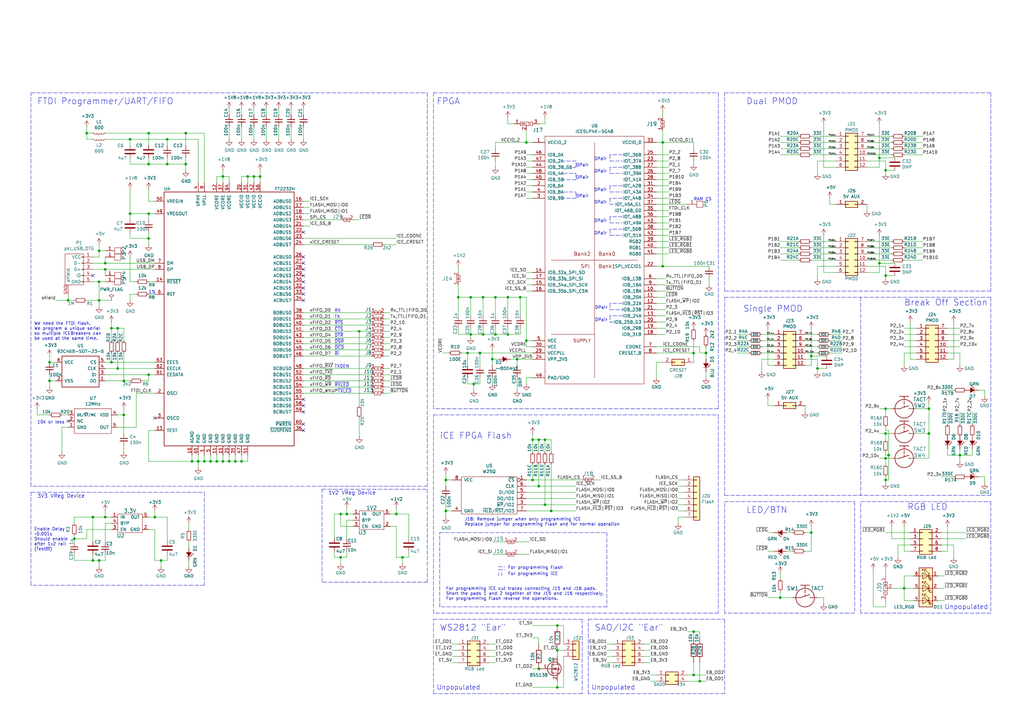
<source format=kicad_sch>
(kicad_sch (version 20231120) (generator "eeschema") (generator_version "8.0")
  (paper "A3")
  (title_block (title "iCEBreaker") (rev "V1.0d") (company "1BitSquared") (comment 1 "2019 (C) 1BitSquared <info@1bitsquared.com>") (comment 2 "2019 (C) Piotr Esden-Tempski <piotr@esden.net>") (comment 3 "License: CC-BY-SA V4.0"))
  (junction (at 93.98 189.23))
  (junction (at 228.6 256.54))
  (junction (at 223.52 180.34))
  (junction (at 193.04 137.16))
  (junction (at 284.48 259.08))
  (junction (at 165.1 228.6))
  (junction (at 360.68 64.77))
  (junction (at 86.36 189.23))
  (junction (at 213.36 121.92))
  (junction (at 68.58 57.15))
  (junction (at 287.02 279.4))
  (junction (at 284.48 144.78))
  (junction (at 101.6 72.39))
  (junction (at 196.85 144.78))
  (junction (at 20.32 156.21))
  (junction (at 198.12 121.92))
  (junction (at 215.9 58.42))
  (junction (at 43.18 110.49))
  (junction (at 220.98 199.39))
  (junction (at 139.7 210.82))
  (junction (at 208.28 137.16))
  (junction (at 40.64 102.87))
  (junction (at 142.24 210.82))
  (junction (at 187.96 121.92))
  (junction (at 194.31 157.48))
  (junction (at 40.64 115.57))
  (junction (at 201.93 147.32))
  (junction (at 182.88 196.85))
  (junction (at 35.56 54.61))
  (junction (at 364.49 186.69))
  (junction (at 381 167.64))
  (junction (at 363.22 187.96))
  (junction (at 78.74 189.23))
  (junction (at 53.34 57.15))
  (junction (at 76.2 67.31))
  (junction (at 48.26 151.13))
  (junction (at 284.48 276.86))
  (junction (at 335.28 151.13))
  (junction (at 208.28 121.92))
  (junction (at 320.04 245.11))
  (junction (at 40.64 229.87))
  (junction (at 193.04 121.92))
  (junction (at 43.18 107.95))
  (junction (at 220.98 274.32))
  (junction (at 218.44 180.34))
  (junction (at 332.74 146.05))
  (junction (at 191.77 144.78))
  (junction (at 289.56 144.78))
  (junction (at 91.44 72.39))
  (junction (at 363.22 196.85))
  (junction (at 363.22 167.64))
  (junction (at 162.56 210.82))
  (junction (at 220.98 180.34))
  (junction (at 182.88 209.55))
  (junction (at 203.2 121.92))
  (junction (at 104.14 72.39))
  (junction (at 27.94 123.19))
  (junction (at 45.72 148.59))
  (junction (at 370.84 241.3))
  (junction (at 215.9 139.7))
  (junction (at 218.44 196.85))
  (junction (at 363.22 113.03))
  (junction (at 381 177.8))
  (junction (at 363.22 69.85))
  (junction (at 139.7 228.6))
  (junction (at 363.22 177.8))
  (junction (at 203.2 137.16))
  (junction (at 30.48 220.98))
  (junction (at 60.96 153.67))
  (junction (at 360.68 107.95))
  (junction (at 63.5 212.09))
  (junction (at 60.96 67.31))
  (junction (at 60.96 97.79))
  (junction (at 332.74 218.44))
  (junction (at 212.09 147.32))
  (junction (at 20.32 148.59))
  (junction (at 83.82 189.23))
  (junction (at 38.1 229.87))
  (junction (at 76.2 54.61))
  (junction (at 106.68 72.39))
  (junction (at 53.34 87.63))
  (junction (at 271.78 58.42))
  (junction (at 91.44 189.23))
  (junction (at 38.1 212.09))
  (junction (at 50.8 156.21))
  (junction (at 198.12 137.16))
  (junction (at 88.9 189.23))
  (junction (at 60.96 87.63))
  (junction (at 228.6 266.7))
  (junction (at 393.7 186.69))
  (junction (at 45.72 134.62))
  (junction (at 66.04 229.87))
  (junction (at 48.26 134.62))
  (junction (at 228.6 281.94))
  (junction (at 223.52 207.01))
  (junction (at 60.96 54.61))
  (junction (at 96.52 189.23))
  (junction (at 50.8 170.18))
  (junction (at 43.18 212.09))
  (junction (at 147.32 135.89))
  (junction (at 271.78 109.22))
  (junction (at 226.06 209.55))
  (junction (at 40.64 123.19))
  (junction (at 81.28 189.23))
  (junction (at 68.58 67.31))
  (junction (at 99.06 189.23))
  (no_connect (at 124.46 107.95))
  (no_connect (at 124.46 168.91))
  (no_connect (at 124.46 113.03))
  (no_connect (at 124.46 95.25))
  (no_connect (at 63.5 171.45))
  (no_connect (at 124.46 163.83))
  (no_connect (at 124.46 105.41))
  (no_connect (at 124.46 123.19))
  (no_connect (at 27.94 172.72))
  (no_connect (at 124.46 176.53))
  (no_connect (at 124.46 166.37))
  (no_connect (at 124.46 118.11))
  (no_connect (at 124.46 115.57))
  (no_connect (at 124.46 110.49))
  (no_connect (at 124.46 120.65))
  (no_connect (at 124.46 173.99))
  (no_connect (at 38.1 113.03))
  (wire (pts (xy 363.22 177.8) (xy 363.22 180.34)))
  (wire (pts (xy 43.18 148.59) (xy 45.72 148.59)))
  (wire (pts (xy 269.24 96.52) (xy 274.32 96.52)))
  (wire (pts (xy 212.09 227.33) (xy 217.17 227.33)))
  (wire (pts (xy 363.22 186.69) (xy 364.49 186.69)))
  (wire (pts (xy 50.8 170.18) (xy 50.8 177.8)))
  (polyline (pts (xy 250.19 63.5) (xy 250.19 66.04)) (stroke (width 0) (type dash)))
  (wire (pts (xy 284.48 276.86) (xy 281.94 276.86)))
  (wire (pts (xy 269.24 276.86) (xy 266.7 276.86)))
  (wire (pts (xy 63.5 229.87) (xy 66.04 229.87)))
  (wire (pts (xy 355.6 55.88) (xy 365.76 55.88)))
  (wire (pts (xy 142.24 210.82) (xy 144.78 210.82)))
  (wire (pts (xy 124.46 140.97) (xy 152.4 140.97)))
  (wire (pts (xy 203.2 137.16) (xy 198.12 137.16)))
  (wire (pts (xy 342.9 63.5) (xy 332.74 63.5)))
  (wire (pts (xy 215.9 196.85) (xy 218.44 196.85)))
  (wire (pts (xy 363.22 185.42) (xy 363.22 186.69)))
  (wire (pts (xy 63.5 217.17) (xy 63.5 229.87)))
  (wire (pts (xy 93.98 186.69) (xy 93.98 189.23)))
  (wire (pts (xy 60.96 97.79) (xy 60.96 95.25)))
  (wire (pts (xy 332.74 149.86) (xy 332.74 146.05)))
  (polyline (pts (xy 175.26 238.76) (xy 132.08 238.76)) (stroke (width 0) (type dash)))
  (wire (pts (xy 365.76 215.9) (xy 365.76 220.98)))
  (wire (pts (xy 35.56 57.15) (xy 38.1 57.15)))
  (wire (pts (xy 337.82 245.11) (xy 337.82 247.65)))
  (wire (pts (xy 314.96 149.86) (xy 314.96 134.62)))
  (wire (pts (xy 93.98 52.07) (xy 93.98 57.15)))
  (wire (pts (xy 63.5 82.55) (xy 60.96 82.55)))
  (polyline (pts (xy 204.47 233.68) (xy 207.01 233.68)) (stroke (width 0) (type dash)))
  (wire (pts (xy 218.44 196.85) (xy 238.76 196.85)))
  (polyline (pts (xy 241.3 284.48) (xy 241.3 254)) (stroke (width 0) (type dash)))
  (wire (pts (xy 196.85 154.94) (xy 196.85 157.48)))
  (wire (pts (xy 370.84 63.5) (xy 378.46 63.5)))
  (wire (pts (xy 269.24 78.74) (xy 274.32 78.74)))
  (polyline (pts (xy 353.06 205.74) (xy 406.4 205.74)) (stroke (width 0) (type dash)))
  (wire (pts (xy 248.92 266.7) (xy 251.46 266.7)))
  (polyline (pts (xy 12.7 38.1) (xy 175.26 38.1)) (stroke (width 0) (type dash)))
  (wire (pts (xy 330.2 149.86) (xy 332.74 149.86)))
  (wire (pts (xy 162.56 215.9) (xy 162.56 228.6)))
  (wire (pts (xy 144.78 213.36) (xy 142.24 213.36)))
  (wire (pts (xy 124.46 90.17) (xy 139.7 90.17)))
  (wire (pts (xy 228.6 281.94) (xy 218.44 281.94)))
  (wire (pts (xy 360.68 187.96) (xy 363.22 187.96)))
  (wire (pts (xy 139.7 228.6) (xy 142.24 228.6)))
  (wire (pts (xy 287.02 279.4) (xy 289.56 279.4)))
  (wire (pts (xy 200.66 271.78) (xy 203.2 271.78)))
  (wire (pts (xy 332.74 146.05) (xy 332.74 134.62)))
  (wire (pts (xy 106.68 72.39) (xy 106.68 74.93)))
  (wire (pts (xy 370.84 101.6) (xy 378.46 101.6)))
  (wire (pts (xy 38.1 212.09) (xy 43.18 212.09)))
  (wire (pts (xy 144.78 90.17) (xy 147.32 90.17)))
  (polyline (pts (xy 297.18 38.1) (xy 406.4 38.1)) (stroke (width 0) (type dash)))
  (wire (pts (xy 68.58 57.15) (xy 81.28 57.15)))
  (wire (pts (xy 269.24 137.16) (xy 273.05 137.16)))
  (wire (pts (xy 157.48 161.29) (xy 160.02 161.29)))
  (wire (pts (xy 60.96 176.53) (xy 60.96 189.23)))
  (wire (pts (xy 45.72 134.62) (xy 45.72 139.7)))
  (wire (pts (xy 269.24 71.12) (xy 274.32 71.12)))
  (wire (pts (xy 22.86 148.59) (xy 20.32 148.59)))
  (wire (pts (xy 269.24 73.66) (xy 274.32 73.66)))
  (wire (pts (xy 20.32 153.67) (xy 20.32 156.21)))
  (wire (pts (xy 124.46 100.33) (xy 152.4 100.33)))
  (wire (pts (xy 40.64 123.19) (xy 40.64 125.73)))
  (wire (pts (xy 157.48 153.67) (xy 160.02 153.67)))
  (wire (pts (xy 370.84 58.42) (xy 378.46 58.42)))
  (wire (pts (xy 157.48 130.81) (xy 160.02 130.81)))
  (wire (pts (xy 30.48 219.71) (xy 30.48 220.98)))
  (wire (pts (xy 38.1 227.33) (xy 38.1 229.87)))
  (wire (pts (xy 269.24 142.24) (xy 287.02 142.24)))
  (wire (pts (xy 193.04 134.62) (xy 193.04 137.16)))
  (wire (pts (xy 375.92 134.62) (xy 370.84 134.62)))
  (wire (pts (xy 55.88 120.65) (xy 53.34 120.65)))
  (wire (pts (xy 401.32 160.02) (xy 403.86 160.02)))
  (wire (pts (xy 368.3 228.6) (xy 368.3 223.52)))
  (wire (pts (xy 342.9 83.82) (xy 340.36 83.82)))
  (wire (pts (xy 215.9 207.01) (xy 223.52 207.01)))
  (wire (pts (xy 386.08 220.98) (xy 396.24 220.98)))
  (wire (pts (xy 43.18 54.61) (xy 60.96 54.61)))
  (wire (pts (xy 27.94 170.18) (xy 25.4 170.18)))
  (polyline (pts (xy 236.22 66.04) (xy 231.14 66.04)) (stroke (width 0) (type dash)))
  (wire (pts (xy 35.56 217.17) (xy 45.72 217.17)))
  (wire (pts (xy 320.04 242.57) (xy 320.04 245.11)))
  (wire (pts (xy 58.42 156.21) (xy 60.96 156.21)))
  (wire (pts (xy 63.5 212.09) (xy 63.5 209.55)))
  (wire (pts (xy 208.28 137.16) (xy 203.2 137.16)))
  (wire (pts (xy 271.78 148.59) (xy 269.24 148.59)))
  (wire (pts (xy 401.32 195.58) (xy 403.86 195.58)))
  (wire (pts (xy 330.2 218.44) (xy 332.74 218.44)))
  (wire (pts (xy 388.62 226.06) (xy 388.62 215.9)))
  (wire (pts (xy 278.13 201.93) (xy 280.67 201.93)))
  (wire (pts (xy 340.36 144.78) (xy 345.44 144.78)))
  (wire (pts (xy 109.22 52.07) (xy 109.22 57.15)))
  (wire (pts (xy 185.42 209.55) (xy 182.88 209.55)))
  (polyline (pts (xy 177.8 170.18) (xy 294.64 170.18)) (stroke (width 0) (type dash)))
  (wire (pts (xy 137.16 226.06) (xy 137.16 228.6)))
  (wire (pts (xy 76.2 67.31) (xy 76.2 64.77)))
  (wire (pts (xy 370.84 144.78) (xy 370.84 149.86)))
  (wire (pts (xy 269.24 127) (xy 273.05 127)))
  (wire (pts (xy 53.34 57.15) (xy 68.58 57.15)))
  (wire (pts (xy 215.9 121.92) (xy 213.36 121.92)))
  (polyline (pts (xy 83.82 201.93) (xy 83.82 240.03)) (stroke (width 0) (type dash)))
  (wire (pts (xy 60.96 87.63) (xy 53.34 87.63)))
  (wire (pts (xy 218.44 66.04) (xy 215.9 66.04)))
  (wire (pts (xy 43.18 105.41) (xy 43.18 107.95)))
  (polyline (pts (xy 255.27 81.28) (xy 250.19 81.28)) (stroke (width 0) (type dash)))
  (wire (pts (xy 287.02 271.78) (xy 287.02 279.4)))
  (wire (pts (xy 388.62 184.15) (xy 388.62 186.69)))
  (wire (pts (xy 269.24 132.08) (xy 273.05 132.08)))
  (wire (pts (xy 287.02 142.24) (xy 287.02 144.78)))
  (wire (pts (xy 187.96 109.22) (xy 187.96 111.76)))
  (wire (pts (xy 55.88 115.57) (xy 53.34 115.57)))
  (wire (pts (xy 317.5 166.37) (xy 314.96 166.37)))
  (wire (pts (xy 30.48 229.87) (xy 38.1 229.87)))
  (wire (pts (xy 68.58 212.09) (xy 68.58 222.25)))
  (wire (pts (xy 289.56 144.78) (xy 289.56 147.32)))
  (wire (pts (xy 335.28 151.13) (xy 335.28 152.4)))
  (wire (pts (xy 370.84 60.96) (xy 378.46 60.96)))
  (wire (pts (xy 363.22 113.03) (xy 367.03 113.03)))
  (wire (pts (xy 77.47 214.63) (xy 77.47 217.17)))
  (wire (pts (xy 137.16 228.6) (xy 139.7 228.6)))
  (wire (pts (xy 101.6 189.23) (xy 101.6 186.69)))
  (polyline (pts (xy 255.27 68.58) (xy 250.19 68.58)) (stroke (width 0) (type dash)))
  (polyline (pts (xy 238.76 254) (xy 238.76 284.48)) (stroke (width 0) (type dash)))
  (polyline (pts (xy 231.14 78.74) (xy 236.22 78.74)) (stroke (width 0) (type dash)))
  (wire (pts (xy 365.76 220.98) (xy 373.38 220.98)))
  (wire (pts (xy 66.04 229.87) (xy 66.04 232.41)))
  (wire (pts (xy 278.13 204.47) (xy 280.67 204.47)))
  (wire (pts (xy 335.28 66.04) (xy 335.28 71.12)))
  (wire (pts (xy 243.84 196.85) (xy 246.38 196.85)))
  (wire (pts (xy 271.78 58.42) (xy 284.48 58.42)))
  (wire (pts (xy 93.98 72.39) (xy 93.98 74.93)))
  (wire (pts (xy 280.67 212.09) (xy 278.13 212.09)))
  (polyline (pts (xy 294.64 251.46) (xy 177.8 251.46)) (stroke (width 0) (type dash)))
  (wire (pts (xy 381 167.64) (xy 381 165.1)))
  (wire (pts (xy 40.64 102.87) (xy 40.64 105.41)))
  (wire (pts (xy 77.47 229.87) (xy 77.47 232.41)))
  (wire (pts (xy 284.48 276.86) (xy 289.56 276.86)))
  (wire (pts (xy 208.28 48.26) (xy 208.28 50.8)))
  (wire (pts (xy 77.47 222.25) (xy 77.47 224.79)))
  (wire (pts (xy 364.49 186.69) (xy 364.49 196.85)))
  (wire (pts (xy 91.44 72.39) (xy 93.98 72.39)))
  (wire (pts (xy 330.2 142.24) (xy 335.28 142.24)))
  (wire (pts (xy 194.31 157.48) (xy 194.31 160.02)))
  (polyline (pts (xy 177.8 251.46) (xy 177.8 170.18)) (stroke (width 0) (type dash)))
  (wire (pts (xy 284.48 259.08) (xy 281.94 259.08)))
  (wire (pts (xy 278.13 207.01) (xy 280.67 207.01)))
  (wire (pts (xy 269.24 86.36) (xy 274.32 86.36)))
  (wire (pts (xy 391.16 160.02) (xy 386.08 160.02)))
  (wire (pts (xy 43.18 115.57) (xy 40.64 115.57)))
  (wire (pts (xy 335.28 114.3) (xy 335.28 109.22)))
  (wire (pts (xy 269.24 144.78) (xy 284.48 144.78)))
  (wire (pts (xy 355.6 101.6) (xy 365.76 101.6)))
  (wire (pts (xy 278.13 212.09) (xy 278.13 214.63)))
  (wire (pts (xy 384.81 236.22) (xy 387.35 236.22)))
  (wire (pts (xy 317.5 144.78) (xy 312.42 144.78)))
  (wire (pts (xy 114.3 44.45) (xy 114.3 46.99)))
  (wire (pts (xy 269.24 81.28) (xy 274.32 81.28)))
  (wire (pts (xy 43.18 212.09) (xy 43.18 209.55)))
  (wire (pts (xy 38.1 105.41) (xy 40.64 105.41)))
  (wire (pts (xy 139.7 215.9) (xy 139.7 210.82)))
  (wire (pts (xy 93.98 189.23) (xy 96.52 189.23)))
  (polyline (pts (xy 12.7 240.03) (xy 12.7 201.93)) (stroke (width 0) (type dash)))
  (wire (pts (xy 191.77 149.86) (xy 191.77 144.78)))
  (wire (pts (xy 360.68 111.76) (xy 360.68 107.95)))
  (wire (pts (xy 104.14 72.39) (xy 106.68 72.39)))
  (polyline (pts (xy 353.06 251.46) (xy 353.06 205.74)) (stroke (width 0) (type dash)))
  (wire (pts (xy 269.24 91.44) (xy 274.32 91.44)))
  (wire (pts (xy 269.24 93.98) (xy 274.32 93.98)))
  (polyline (pts (xy 177.8 284.48) (xy 177.8 254)) (stroke (width 0) (type dash)))
  (polyline (pts (xy 406.4 38.1) (xy 406.4 119.38)) (stroke (width 0) (type dash)))
  (polyline (pts (xy 177.8 38.1) (xy 294.64 38.1)) (stroke (width 0) (type dash)))
  (wire (pts (xy 226.06 209.55) (xy 236.22 209.55)))
  (wire (pts (xy 187.96 264.16) (xy 185.42 264.16)))
  (wire (pts (xy 124.46 153.67) (xy 152.4 153.67)))
  (wire (pts (xy 215.9 201.93) (xy 236.22 201.93)))
  (wire (pts (xy 53.34 95.25) (xy 53.34 97.79)))
  (wire (pts (xy 40.64 115.57) (xy 40.64 123.19)))
  (wire (pts (xy 363.22 246.38) (xy 363.22 248.92)))
  (wire (pts (xy 370.84 246.38) (xy 370.84 241.3)))
  (wire (pts (xy 60.96 90.17) (xy 60.96 87.63)))
  (polyline (pts (xy 406.4 203.2) (xy 297.18 203.2)) (stroke (width 0) (type dash)))
  (wire (pts (xy 218.44 78.74) (xy 215.9 78.74)))
  (wire (pts (xy 220.98 199.39) (xy 236.22 199.39)))
  (wire (pts (xy 53.34 97.79) (xy 60.96 97.79)))
  (wire (pts (xy 27.94 123.19) (xy 30.48 123.19)))
  (wire (pts (xy 81.28 189.23) (xy 83.82 189.23)))
  (wire (pts (xy 182.88 196.85) (xy 182.88 199.39)))
  (wire (pts (xy 337.82 68.58) (xy 337.82 50.8)))
  (wire (pts (xy 403.86 160.02) (xy 403.86 162.56)))
  (wire (pts (xy 157.48 135.89) (xy 160.02 135.89)))
  (wire (pts (xy 218.44 116.84) (xy 215.9 116.84)))
  (wire (pts (xy 360.68 167.64) (xy 363.22 167.64)))
  (wire (pts (xy 53.34 120.65) (xy 53.34 123.19)))
  (polyline (pts (xy 175.26 38.1) (xy 175.26 199.39)) (stroke (width 0) (type dash)))
  (polyline (pts (xy 236.22 71.12) (xy 236.22 73.66)) (stroke (width 0) (type dash)))
  (wire (pts (xy 76.2 54.61) (xy 83.82 54.61)))
  (wire (pts (xy 317.5 142.24) (xy 312.42 142.24)))
  (polyline (pts (xy 12.7 199.39) (xy 12.7 38.1)) (stroke (width 0) (type dash)))
  (wire (pts (xy 218.44 68.58) (xy 215.9 68.58)))
  (wire (pts (xy 30.48 212.09) (xy 38.1 212.09)))
  (wire (pts (xy 30.48 220.98) (xy 30.48 222.25)))
  (wire (pts (xy 20.32 148.59) (xy 20.32 146.05)))
  (wire (pts (xy 322.58 218.44) (xy 325.12 218.44)))
  (wire (pts (xy 137.16 210.82) (xy 139.7 210.82)))
  (wire (pts (xy 147.32 135.89) (xy 152.4 135.89)))
  (wire (pts (xy 124.46 82.55) (xy 127 82.55)))
  (wire (pts (xy 398.78 173.99) (xy 398.78 168.91)))
  (wire (pts (xy 320.04 237.49) (xy 320.04 234.95)))
  (wire (pts (xy 363.22 236.22) (xy 363.22 233.68)))
  (wire (pts (xy 193.04 137.16) (xy 193.04 138.43)))
  (wire (pts (xy 363.22 187.96) (xy 365.76 187.96)))
  (wire (pts (xy 83.82 186.69) (xy 83.82 189.23)))
  (wire (pts (xy 43.18 57.15) (xy 53.34 57.15)))
  (wire (pts (xy 218.44 114.3) (xy 215.9 114.3)))
  (wire (pts (xy 335.28 151.13) (xy 339.09 151.13)))
  (wire (pts (xy 388.62 134.62) (xy 393.7 134.62)))
  (polyline (pts (xy 353.06 121.92) (xy 353.06 203.2)) (stroke (width 0) (type dash)))
  (wire (pts (xy 45.72 132.08) (xy 45.72 134.62)))
  (wire (pts (xy 43.18 212.09) (xy 45.72 212.09)))
  (wire (pts (xy 193.04 137.16) (xy 198.12 137.16)))
  (polyline (pts (xy 297.18 121.92) (xy 297.18 203.2)) (stroke (width 0) (type dash)))
  (polyline (pts (xy 255.27 63.5) (xy 250.19 63.5)) (stroke (width 0) (type dash)))
  (wire (pts (xy 160.02 210.82) (xy 162.56 210.82)))
  (wire (pts (xy 91.44 74.93) (xy 91.44 72.39)))
  (wire (pts (xy 393.7 186.69) (xy 393.7 189.23)))
  (wire (pts (xy 212.09 154.94) (xy 212.09 160.02)))
  (wire (pts (xy 363.22 176.53) (xy 364.49 176.53)))
  (wire (pts (xy 363.22 109.22) (xy 355.6 109.22)))
  (wire (pts (xy 142.24 228.6) (xy 142.24 226.06)))
  (wire (pts (xy 109.22 44.45) (xy 109.22 46.99)))
  (wire (pts (xy 213.36 121.92) (xy 213.36 129.54)))
  (wire (pts (xy 330.2 144.78) (xy 335.28 144.78)))
  (wire (pts (xy 50.8 170.18) (xy 50.8 167.64)))
  (wire (pts (xy 218.44 177.8) (xy 218.44 180.34)))
  (wire (pts (xy 342.9 99.06) (xy 332.74 99.06)))
  (wire (pts (xy 218.44 144.78) (xy 196.85 144.78)))
  (polyline (pts (xy 177.8 254) (xy 238.76 254)) (stroke (width 0) (type dash)))
  (wire (pts (xy 200.66 269.24) (xy 203.2 269.24)))
  (wire (pts (xy 68.58 67.31) (xy 76.2 67.31)))
  (wire (pts (xy 43.18 107.95) (xy 63.5 107.95)))
  (wire (pts (xy 50.8 139.7) (xy 50.8 134.62)))
  (polyline (pts (xy 255.27 124.46) (xy 250.19 124.46)) (stroke (width 0) (type dash)))
  (wire (pts (xy 290.83 114.3) (xy 290.83 116.84)))
  (wire (pts (xy 393.7 184.15) (xy 393.7 186.69)))
  (wire (pts (xy 50.8 134.62) (xy 48.26 134.62)))
  (wire (pts (xy 203.2 58.42) (xy 203.2 60.96)))
  (wire (pts (xy 335.28 147.32) (xy 335.28 151.13)))
  (wire (pts (xy 139.7 228.6) (xy 139.7 231.14)))
  (wire (pts (xy 88.9 189.23) (xy 91.44 189.23)))
  (wire (pts (xy 208.28 134.62) (xy 208.28 137.16)))
  (wire (pts (xy 200.66 266.7) (xy 203.2 266.7)))
  (wire (pts (xy 165.1 228.6) (xy 165.1 231.14)))
  (wire (pts (xy 218.44 81.28) (xy 215.9 81.28)))
  (wire (pts (xy 374.65 246.38) (xy 370.84 246.38)))
  (wire (pts (xy 327.66 55.88) (xy 320.04 55.88)))
  (wire (pts (xy 91.44 72.39) (xy 91.44 69.85)))
  (wire (pts (xy 218.44 73.66) (xy 215.9 73.66)))
  (wire (pts (xy 99.06 52.07) (xy 99.06 57.15)))
  (wire (pts (xy 209.55 147.32) (xy 212.09 147.32)))
  (wire (pts (xy 335.28 245.11) (xy 337.82 245.11)))
  (wire (pts (xy 375.92 142.24) (xy 370.84 142.24)))
  (wire (pts (xy 373.38 218.44) (xy 363.22 218.44)))
  (wire (pts (xy 60.96 212.09) (xy 63.5 212.09)))
  (polyline (pts (xy 236.22 78.74) (xy 236.22 81.28)) (stroke (width 0) (type dash)))
  (polyline (pts (xy 204.47 232.41) (xy 207.01 232.41)) (stroke (width 0) (type dash)))
  (wire (pts (xy 342.9 104.14) (xy 332.74 104.14)))
  (wire (pts (xy 43.18 153.67) (xy 60.96 153.67)))
  (wire (pts (xy 327.66 99.06) (xy 320.04 99.06)))
  (wire (pts (xy 30.48 227.33) (xy 30.48 229.87)))
  (wire (pts (xy 388.62 173.99) (xy 388.62 168.91)))
  (wire (pts (xy 203.2 134.62) (xy 203.2 137.16)))
  (wire (pts (xy 22.86 156.21) (xy 20.32 156.21)))
  (wire (pts (xy 45.72 144.78) (xy 45.72 148.59)))
  (wire (pts (xy 60.96 97.79) (xy 60.96 100.33)))
  (wire (pts (xy 289.56 152.4) (xy 289.56 154.94)))
  (wire (pts (xy 35.56 220.98) (xy 35.56 217.17)))
  (polyline (pts (xy 175.26 200.66) (xy 175.26 238.76)) (stroke (width 0) (type dash)))
  (polyline (pts (xy 350.52 205.74) (xy 350.52 251.46)) (stroke (width 0) (type dash)))
  (wire (pts (xy 284.48 58.42) (xy 284.48 60.96)))
  (wire (pts (xy 317.5 139.7) (xy 312.42 139.7)))
  (wire (pts (xy 403.86 195.58) (xy 403.86 198.12)))
  (wire (pts (xy 269.24 99.06) (xy 274.32 99.06)))
  (wire (pts (xy 48.26 170.18) (xy 50.8 170.18)))
  (wire (pts (xy 363.22 113.03) (xy 363.22 114.3)))
  (wire (pts (xy 63.5 120.65) (xy 60.96 120.65)))
  (wire (pts (xy 218.44 71.12) (xy 215.9 71.12)))
  (wire (pts (xy 35.56 123.19) (xy 40.64 123.19)))
  (wire (pts (xy 124.46 130.81) (xy 152.4 130.81)))
  (wire (pts (xy 340.36 142.24) (xy 345.44 142.24)))
  (polyline (pts (xy 204.47 234.95) (xy 204.47 236.22)) (stroke (width 0) (type dash)))
  (wire (pts (xy 142.24 210.82) (xy 142.24 208.28)))
  (wire (pts (xy 124.46 85.09) (xy 127 85.09)))
  (polyline (pts (xy 255.27 93.98) (xy 250.19 93.98)) (stroke (width 0) (type dash)))
  (wire (pts (xy 124.46 44.45) (xy 124.46 46.99)))
  (wire (pts (xy 45.72 148.59) (xy 63.5 148.59)))
  (wire (pts (xy 99.06 44.45) (xy 99.06 46.99)))
  (wire (pts (xy 215.9 209.55) (xy 226.06 209.55)))
  (polyline (pts (xy 297.18 119.38) (xy 297.18 38.1)) (stroke (width 0) (type dash)))
  (polyline (pts (xy 234.95 68.58) (xy 236.22 68.58)) (stroke (width 0) (type dash)))
  (wire (pts (xy 220.98 274.32) (xy 218.44 274.32)))
  (wire (pts (xy 212.09 222.25) (xy 217.17 222.25)))
  (wire (pts (xy 30.48 220.98) (xy 35.56 220.98)))
  (wire (pts (xy 218.44 139.7) (xy 215.9 139.7)))
  (wire (pts (xy 355.6 83.82) (xy 355.6 86.36)))
  (wire (pts (xy 314.96 166.37) (xy 314.96 163.83)))
  (wire (pts (xy 226.06 209.55) (xy 226.06 190.5)))
  (wire (pts (xy 342.9 68.58) (xy 337.82 68.58)))
  (wire (pts (xy 55.88 161.29) (xy 63.5 161.29)))
  (wire (pts (xy 66.04 229.87) (xy 68.58 229.87)))
  (wire (pts (xy 208.28 50.8) (xy 210.82 50.8)))
  (wire (pts (xy 88.9 74.93) (xy 88.9 72.39)))
  (wire (pts (xy 60.96 82.55) (xy 60.96 77.47)))
  (wire (pts (xy 381 187.96) (xy 381 177.8)))
  (wire (pts (xy 269.24 124.46) (xy 273.05 124.46)))
  (wire (pts (xy 269.24 279.4) (xy 266.7 279.4)))
  (wire (pts (xy 40.64 123.19) (xy 45.72 123.19)))
  (wire (pts (xy 124.46 161.29) (xy 152.4 161.29)))
  (wire (pts (xy 185.42 266.7) (xy 187.96 266.7)))
  (wire (pts (xy 157.48 156.21) (xy 160.02 156.21)))
  (wire (pts (xy 208.28 121.92) (xy 208.28 129.54)))
  (wire (pts (xy 124.46 87.63) (xy 127 87.63)))
  (wire (pts (xy 157.48 140.97) (xy 160.02 140.97)))
  (wire (pts (xy 187.96 134.62) (xy 187.96 137.16)))
  (wire (pts (xy 355.6 68.58) (xy 360.68 68.58)))
  (wire (pts (xy 264.16 266.7) (xy 266.7 266.7)))
  (wire (pts (xy 43.18 110.49) (xy 43.18 113.03)))
  (wire (pts (xy 35.56 54.61) (xy 38.1 54.61)))
  (wire (pts (xy 269.24 68.58) (xy 274.32 68.58)))
  (wire (pts (xy 218.44 119.38) (xy 215.9 119.38)))
  (wire (pts (xy 312.42 152.4) (xy 312.42 147.32)))
  (wire (pts (xy 370.84 226.06) (xy 373.38 226.06)))
  (wire (pts (xy 223.52 50.8) (xy 223.52 48.26)))
  (wire (pts (xy 78.74 186.69) (xy 78.74 189.23)))
  (polyline (pts (xy 241.3 254) (xy 297.18 254)) (stroke (width 0) (type dash)))
  (wire (pts (xy 215.9 58.42) (xy 203.2 58.42)))
  (wire (pts (xy 124.46 135.89) (xy 147.32 135.89)))
  (polyline (pts (xy 294.64 170.18) (xy 294.64 251.46)) (stroke (width 0) (type dash)))
  (wire (pts (xy 384.81 241.3) (xy 387.35 241.3)))
  (wire (pts (xy 342.9 60.96) (xy 332.74 60.96)))
  (wire (pts (xy 165.1 228.6) (xy 167.64 228.6)))
  (wire (pts (xy 388.62 142.24) (xy 393.7 142.24)))
  (wire (pts (xy 27.94 175.26) (xy 25.4 175.26)))
  (wire (pts (xy 63.5 212.09) (xy 68.58 212.09)))
  (wire (pts (xy 63.5 87.63) (xy 60.96 87.63)))
  (wire (pts (xy 60.96 156.21) (xy 60.96 153.67)))
  (polyline (pts (xy 250.19 71.12) (xy 255.27 71.12)) (stroke (width 0) (type dash)))
  (wire (pts (xy 167.64 210.82) (xy 167.64 220.98)))
  (wire (pts (xy 388.62 144.78) (xy 393.7 144.78)))
  (wire (pts (xy 124.46 146.05) (xy 152.4 146.05)))
  (polyline (pts (xy 250.19 127) (xy 255.27 127)) (stroke (width 0) (type dash)))
  (wire (pts (xy 289.56 142.24) (xy 289.56 144.78)))
  (wire (pts (xy 269.24 109.22) (xy 271.78 109.22)))
  (wire (pts (xy 284.48 66.04) (xy 284.48 67.31)))
  (wire (pts (xy 204.47 147.32) (xy 201.93 147.32)))
  (wire (pts (xy 317.5 218.44) (xy 314.96 218.44)))
  (wire (pts (xy 375.92 139.7) (xy 370.84 139.7)))
  (wire (pts (xy 48.26 151.13) (xy 63.5 151.13)))
  (wire (pts (xy 104.14 44.45) (xy 104.14 46.99)))
  (wire (pts (xy 358.14 248.92) (xy 358.14 233.68)))
  (wire (pts (xy 340.36 137.16) (xy 345.44 137.16)))
  (wire (pts (xy 271.78 58.42) (xy 271.78 109.22)))
  (wire (pts (xy 213.36 134.62) (xy 213.36 137.16)))
  (polyline (pts (xy 236.22 68.58) (xy 236.22 66.04)) (stroke (width 0) (type dash)))
  (wire (pts (xy 363.22 187.96) (xy 363.22 190.5)))
  (wire (pts (xy 248.92 269.24) (xy 251.46 269.24)))
  (wire (pts (xy 317.5 226.06) (xy 314.96 226.06)))
  (wire (pts (xy 106.68 72.39) (xy 106.68 69.85)))
  (wire (pts (xy 264.16 269.24) (xy 266.7 269.24)))
  (polyline (pts (xy 297.18 284.48) (xy 241.3 284.48)) (stroke (width 0) (type dash)))
  (wire (pts (xy 55.88 175.26) (xy 55.88 161.29)))
  (wire (pts (xy 327.66 106.68) (xy 320.04 106.68)))
  (wire (pts (xy 307.34 137.16) (xy 302.26 137.16)))
  (wire (pts (xy 218.44 111.76) (xy 215.9 111.76)))
  (wire (pts (xy 271.78 45.72) (xy 271.78 48.26)))
  (wire (pts (xy 93.98 44.45) (xy 93.98 46.99)))
  (wire (pts (xy 327.66 101.6) (xy 320.04 101.6)))
  (polyline (pts (xy 406.4 205.74) (xy 406.4 251.46)) (stroke (width 0) (type dash)))
  (wire (pts (xy 48.26 134.62) (xy 48.26 139.7)))
  (polyline (pts (xy 255.27 129.54) (xy 250.19 129.54)) (stroke (width 0) (type dash)))
  (wire (pts (xy 391.16 223.52) (xy 391.16 228.6)))
  (wire (pts (xy 248.92 271.78) (xy 251.46 271.78)))
  (wire (pts (xy 269.24 104.14) (xy 274.32 104.14)))
  (wire (pts (xy 20.32 156.21) (xy 20.32 158.75)))
  (polyline (pts (xy 132.08 238.76) (xy 132.08 200.66)) (stroke (width 0) (type dash)))
  (wire (pts (xy 220.98 190.5) (xy 220.98 199.39)))
  (wire (pts (xy 231.14 264.16) (xy 231.14 256.54)))
  (wire (pts (xy 38.1 229.87) (xy 40.64 229.87)))
  (wire (pts (xy 284.48 148.59) (xy 284.48 144.78)))
  (wire (pts (xy 218.44 154.94) (xy 215.9 154.94)))
  (polyline (pts (xy 294.64 38.1) (xy 294.64 167.64)) (stroke (width 0) (type dash)))
  (polyline (pts (xy 236.22 73.66) (xy 231.14 73.66)) (stroke (width 0) (type dash)))
  (wire (pts (xy 104.14 52.07) (xy 104.14 57.15)))
  (wire (pts (xy 53.34 87.63) (xy 53.34 77.47)))
  (wire (pts (xy 320.04 245.11) (xy 314.96 245.11)))
  (polyline (pts (xy 297.18 121.92) (xy 406.4 121.92)) (stroke (width 0) (type dash)))
  (wire (pts (xy 157.48 143.51) (xy 160.02 143.51)))
  (wire (pts (xy 360.68 111.76) (xy 355.6 111.76)))
  (polyline (pts (xy 250.19 76.2) (xy 250.19 78.74)) (stroke (width 0) (type dash)))
  (wire (pts (xy 322.58 226.06) (xy 325.12 226.06)))
  (wire (pts (xy 124.46 156.21) (xy 152.4 156.21)))
  (wire (pts (xy 50.8 182.88) (xy 50.8 185.42)))
  (wire (pts (xy 198.12 121.92) (xy 198.12 129.54)))
  (wire (pts (xy 124.46 143.51) (xy 152.4 143.51)))
  (wire (pts (xy 264.16 271.78) (xy 266.7 271.78)))
  (wire (pts (xy 96.52 189.23) (xy 99.06 189.23)))
  (wire (pts (xy 388.62 137.16) (xy 393.7 137.16)))
  (wire (pts (xy 284.48 259.08) (xy 287.02 259.08)))
  (wire (pts (xy 393.7 186.69) (xy 398.78 186.69)))
  (wire (pts (xy 363.22 69.85) (xy 367.03 69.85)))
  (wire (pts (xy 264.16 264.16) (xy 266.7 264.16)))
  (wire (pts (xy 213.36 137.16) (xy 208.28 137.16)))
  (wire (pts (xy 325.12 245.11) (xy 320.04 245.11)))
  (wire (pts (xy 342.9 101.6) (xy 332.74 101.6)))
  (wire (pts (xy 203.2 66.04) (xy 203.2 68.58)))
  (wire (pts (xy 330.2 166.37) (xy 330.2 168.91)))
  (polyline (pts (xy 250.19 96.52) (xy 255.27 96.52)) (stroke (width 0) (type dash)))
  (wire (pts (xy 332.74 215.9) (xy 332.74 218.44)))
  (wire (pts (xy 218.44 63.5) (xy 215.9 63.5)))
  (wire (pts (xy 330.2 147.32) (xy 335.28 147.32)))
  (wire (pts (xy 160.02 215.9) (xy 162.56 215.9)))
  (wire (pts (xy 157.48 146.05) (xy 160.02 146.05)))
  (wire (pts (xy 53.34 115.57) (xy 53.34 105.41)))
  (wire (pts (xy 213.36 121.92) (xy 208.28 121.92)))
  (wire (pts (xy 76.2 54.61) (xy 76.2 59.69)))
  (wire (pts (xy 99.06 189.23) (xy 101.6 189.23)))
  (wire (pts (xy 330.2 139.7) (xy 335.28 139.7)))
  (wire (pts (xy 201.93 147.32) (xy 201.93 149.86)))
  (wire (pts (xy 364.49 176.53) (xy 364.49 186.69)))
  (wire (pts (xy 99.06 72.39) (xy 101.6 72.39)))
  (polyline (pts (xy 83.82 240.03) (xy 12.7 240.03)) (stroke (width 0) (type dash)))
  (wire (pts (xy 198.12 137.16) (xy 198.12 134.62)))
  (wire (pts (xy 193.04 121.92) (xy 193.04 129.54)))
  (wire (pts (xy 38.1 107.95) (xy 43.18 107.95)))
  (wire (pts (xy 187.96 116.84) (xy 187.96 121.92)))
  (wire (pts (xy 332.74 226.06) (xy 330.2 226.06)))
  (polyline (pts (xy 250.19 78.74) (xy 255.27 78.74)) (stroke (width 0) (type dash)))
  (wire (pts (xy 191.77 154.94) (xy 191.77 157.48)))
  (wire (pts (xy 386.08 226.06) (xy 388.62 226.06)))
  (wire (pts (xy 40.64 229.87) (xy 40.64 232.41)))
  (polyline (pts (xy 250.19 132.08) (xy 251.46 132.08)) (stroke (width 0) (type dash)))
  (wire (pts (xy 196.85 157.48) (xy 194.31 157.48)))
  (wire (pts (xy 60.96 115.57) (xy 63.5 115.57)))
  (wire (pts (xy 287.02 279.4) (xy 281.94 279.4)))
  (polyline (pts (xy 250.19 88.9) (xy 250.19 91.44)) (stroke (width 0) (type dash)))
  (wire (pts (xy 393.7 144.78) (xy 393.7 149.86)))
  (wire (pts (xy 228.6 266.7) (xy 231.14 266.7)))
  (wire (pts (xy 68.58 229.87) (xy 68.58 227.33)))
  (wire (pts (xy 335.28 109.22) (xy 342.9 109.22)))
  (wire (pts (xy 68.58 64.77) (xy 68.58 67.31)))
  (wire (pts (xy 278.13 209.55) (xy 280.67 209.55)))
  (wire (pts (xy 391.16 195.58) (xy 386.08 195.58)))
  (wire (pts (xy 363.22 167.64) (xy 365.76 167.64)))
  (wire (pts (xy 215.9 204.47) (xy 236.22 204.47)))
  (wire (pts (xy 162.56 210.82) (xy 167.64 210.82)))
  (polyline (pts (xy 350.52 251.46) (xy 297.18 251.46)) (stroke (width 0) (type dash)))
  (wire (pts (xy 124.46 158.75) (xy 152.4 158.75)))
  (wire (pts (xy 365.76 241.3) (xy 370.84 241.3)))
  (polyline (pts (xy 255.27 88.9) (xy 250.19 88.9)) (stroke (width 0) (type dash)))
  (wire (pts (xy 15.24 170.18) (xy 20.32 170.18)))
  (wire (pts (xy 223.52 180.34) (xy 223.52 185.42)))
  (wire (pts (xy 327.66 58.42) (xy 320.04 58.42)))
  (wire (pts (xy 370.84 104.14) (xy 378.46 104.14)))
  (wire (pts (xy 269.24 121.92) (xy 273.05 121.92)))
  (wire (pts (xy 147.32 171.45) (xy 147.32 179.07)))
  (wire (pts (xy 381 177.8) (xy 381 167.64)))
  (wire (pts (xy 157.48 133.35) (xy 160.02 133.35)))
  (wire (pts (xy 124.46 52.07) (xy 124.46 57.15)))
  (wire (pts (xy 162.56 210.82) (xy 162.56 208.28)))
  (wire (pts (xy 360.68 64.77) (xy 367.03 64.77)))
  (wire (pts (xy 228.6 256.54) (xy 218.44 256.54)))
  (wire (pts (xy 287.02 259.08) (xy 287.02 261.62)))
  (polyline (pts (xy 250.19 129.54) (xy 250.19 132.08)) (stroke (width 0) (type dash)))
  (wire (pts (xy 386.08 218.44) (xy 396.24 218.44)))
  (wire (pts (xy 91.44 186.69) (xy 91.44 189.23)))
  (wire (pts (xy 48.26 144.78) (xy 48.26 151.13)))
  (wire (pts (xy 218.44 76.2) (xy 215.9 76.2)))
  (wire (pts (xy 370.84 99.06) (xy 378.46 99.06)))
  (wire (pts (xy 215.9 53.34) (xy 215.9 58.42)))
  (wire (pts (xy 218.44 180.34) (xy 220.98 180.34)))
  (wire (pts (xy 86.36 189.23) (xy 88.9 189.23)))
  (wire (pts (xy 332.74 146.05) (xy 339.09 146.05)))
  (wire (pts (xy 99.06 186.69) (xy 99.06 189.23)))
  (polyline (pts (xy 294.64 167.64) (xy 177.8 167.64)) (stroke (width 0) (type dash)))
  (wire (pts (xy 363.22 167.64) (xy 363.22 170.18)))
  (wire (pts (xy 342.9 66.04) (xy 335.28 66.04)))
  (polyline (pts (xy 297.18 205.74) (xy 350.52 205.74)) (stroke (width 0) (type dash)))
  (wire (pts (xy 200.66 264.16) (xy 203.2 264.16)))
  (wire (pts (xy 312.42 147.32) (xy 317.5 147.32)))
  (wire (pts (xy 370.84 215.9) (xy 370.84 226.06)))
  (wire (pts (xy 114.3 52.07) (xy 114.3 57.15)))
  (wire (pts (xy 91.44 189.23) (xy 93.98 189.23)))
  (wire (pts (xy 368.3 223.52) (xy 373.38 223.52)))
  (wire (pts (xy 278.13 199.39) (xy 280.67 199.39)))
  (wire (pts (xy 30.48 214.63) (xy 30.48 212.09)))
  (wire (pts (xy 167.64 228.6) (xy 167.64 226.06)))
  (wire (pts (xy 330.2 137.16) (xy 335.28 137.16)))
  (wire (pts (xy 38.1 212.09) (xy 38.1 222.25)))
  (wire (pts (xy 124.46 92.71) (xy 127 92.71)))
  (wire (pts (xy 337.82 111.76) (xy 337.82 96.52)))
  (polyline (pts (xy 250.19 83.82) (xy 251.46 83.82)) (stroke (width 0) (type dash)))
  (polyline (pts (xy 250.19 66.04) (xy 255.27 66.04)) (stroke (width 0) (type dash)))
  (wire (pts (xy 355.6 60.96) (xy 365.76 60.96)))
  (wire (pts (xy 189.23 144.78) (xy 191.77 144.78)))
  (wire (pts (xy 337.82 111.76) (xy 342.9 111.76)))
  (wire (pts (xy 53.34 90.17) (xy 53.34 87.63)))
  (wire (pts (xy 124.46 151.13) (xy 152.4 151.13)))
  (wire (pts (xy 124.46 138.43) (xy 152.4 138.43)))
  (wire (pts (xy 342.9 55.88) (xy 332.74 55.88)))
  (wire (pts (xy 375.92 177.8) (xy 381 177.8)))
  (wire (pts (xy 355.6 104.14) (xy 365.76 104.14)))
  (wire (pts (xy 35.56 54.61) (xy 35.56 57.15)))
  (wire (pts (xy 269.24 63.5) (xy 274.32 63.5)))
  (wire (pts (xy 363.22 177.8) (xy 365.76 177.8)))
  (wire (pts (xy 201.93 147.32) (xy 201.93 143.51)))
  (wire (pts (xy 101.6 72.39) (xy 101.6 74.93)))
  (wire (pts (xy 215.9 154.94) (xy 215.9 157.48)))
  (wire (pts (xy 375.92 187.96) (xy 381 187.96)))
  (wire (pts (xy 60.96 153.67) (xy 63.5 153.67)))
  (wire (pts (xy 212.09 149.86) (xy 212.09 147.32)))
  (wire (pts (xy 63.5 176.53) (xy 60.96 176.53)))
  (wire (pts (xy 360.68 107.95) (xy 360.68 96.52)))
  (wire (pts (xy 327.66 63.5) (xy 320.04 63.5)))
  (wire (pts (xy 340.36 83.82) (xy 340.36 81.28)))
  (wire (pts (xy 269.24 76.2) (xy 274.32 76.2)))
  (wire (pts (xy 181.61 144.78) (xy 184.15 144.78)))
  (wire (pts (xy 157.48 158.75) (xy 160.02 158.75)))
  (polyline (pts (xy 175.26 199.39) (xy 12.7 199.39)) (stroke (width 0) (type dash)))
  (wire (pts (xy 81.28 57.15) (xy 81.28 74.93)))
  (wire (pts (xy 182.88 204.47) (xy 182.88 209.55)))
  (wire (pts (xy 157.48 128.27) (xy 160.02 128.27)))
  (wire (pts (xy 284.48 271.78) (xy 284.48 276.86)))
  (wire (pts (xy 375.92 167.64) (xy 381 167.64)))
  (wire (pts (xy 307.34 139.7) (xy 302.26 139.7)))
  (wire (pts (xy 137.16 210.82) (xy 137.16 220.98)))
  (wire (pts (xy 218.44 190.5) (xy 218.44 196.85)))
  (wire (pts (xy 157.48 100.33) (xy 162.56 100.33)))
  (wire (pts (xy 220.98 261.62) (xy 220.98 264.16)))
  (wire (pts (xy 124.46 97.79) (xy 162.56 97.79)))
  (wire (pts (xy 40.64 100.33) (xy 40.64 102.87)))
  (polyline (pts (xy 177.8 167.64) (xy 177.8 38.1)) (stroke (width 0) (type dash)))
  (polyline (pts (xy 205.74 234.95) (xy 205.74 236.22)) (stroke (width 0) (type dash)))
  (wire (pts (xy 157.48 151.13) (xy 160.02 151.13)))
  (wire (pts (xy 327.66 60.96) (xy 320.04 60.96)))
  (wire (pts (xy 43.18 151.13) (xy 48.26 151.13)))
  (wire (pts (xy 53.34 67.31) (xy 60.96 67.31)))
  (wire (pts (xy 196.85 144.78) (xy 196.85 149.86)))
  (wire (pts (xy 86.36 186.69) (xy 86.36 189.23)))
  (wire (pts (xy 48.26 175.26) (xy 55.88 175.26)))
  (wire (pts (xy 231.14 269.24) (xy 231.14 281.94)))
  (wire (pts (xy 355.6 99.06) (xy 365.76 99.06)))
  (wire (pts (xy 201.93 154.94) (xy 201.93 157.48)))
  (wire (pts (xy 370.84 106.68) (xy 378.46 106.68)))
  (wire (pts (xy 355.6 58.42) (xy 365.76 58.42)))
  (wire (pts (xy 269.24 101.6) (xy 274.32 101.6)))
  (wire (pts (xy 88.9 186.69) (xy 88.9 189.23)))
  (wire (pts (xy 228.6 266.7) (xy 228.6 269.24)))
  (wire (pts (xy 218.44 185.42) (xy 218.44 180.34)))
  (wire (pts (xy 364.49 196.85) (xy 363.22 196.85)))
  (wire (pts (xy 363.22 196.85) (xy 363.22 198.12)))
  (wire (pts (xy 218.44 142.24) (xy 215.9 142.24)))
  (wire (pts (xy 212.09 147.32) (xy 218.44 147.32)))
  (wire (pts (xy 355.6 106.68) (xy 365.76 106.68)))
  (wire (pts (xy 360.68 68.58) (xy 360.68 64.77)))
  (wire (pts (xy 60.96 64.77) (xy 60.96 67.31)))
  (wire (pts (xy 88.9 72.39) (xy 91.44 72.39)))
  (wire (pts (xy 340.36 139.7) (xy 345.44 139.7)))
  (wire (pts (xy 375.92 147.32) (xy 373.38 147.32)))
  (wire (pts (xy 363.22 175.26) (xy 363.22 176.53)))
  (wire (pts (xy 226.06 180.34) (xy 226.06 185.42)))
  (wire (pts (xy 386.08 223.52) (xy 391.16 223.52)))
  (wire (pts (xy 60.96 217.17) (xy 63.5 217.17)))
  (wire (pts (xy 60.96 54.61) (xy 76.2 54.61)))
  (wire (pts (xy 15.24 167.64) (xy 15.24 170.18)))
  (wire (pts (xy 203.2 121.92) (xy 198.12 121.92)))
  (wire (pts (xy 220.98 180.34) (xy 220.98 185.42)))
  (wire (pts (xy 83.82 54.61) (xy 83.82 74.93)))
  (wire (pts (xy 355.6 63.5) (xy 365.76 63.5)))
  (wire (pts (xy 393.7 173.99) (xy 393.7 168.91)))
  (wire (pts (xy 251.46 264.16) (xy 248.92 264.16)))
  (wire (pts (xy 43.18 110.49) (xy 63.5 110.49)))
  (wire (pts (xy 375.92 144.78) (xy 370.84 144.78)))
  (wire (pts (xy 220.98 50.8) (xy 223.52 50.8)))
  (wire (pts (xy 223.52 207.01) (xy 236.22 207.01)))
  (wire (pts (xy 38.1 115.57) (xy 40.64 115.57)))
  (wire (pts (xy 35.56 52.07) (xy 35.56 54.61)))
  (polyline (pts (xy 297.18 251.46) (xy 297.18 205.74)) (stroke (width 0) (type dash)))
  (wire (pts (xy 78.74 189.23) (xy 81.28 189.23)))
  (wire (pts (xy 99.06 74.93) (xy 99.06 72.39)))
  (wire (pts (xy 38.1 110.49) (xy 43.18 110.49)))
  (wire (pts (xy 40.64 229.87) (xy 43.18 229.87)))
  (polyline (pts (xy 250.19 68.58) (xy 250.19 71.12)) (stroke (width 0) (type dash)))
  (polyline (pts (xy 406.4 121.92) (xy 406.4 203.2)) (stroke (width 0) (type dash)))
  (wire (pts (xy 50.8 144.78) (xy 50.8 156.21)))
  (wire (pts (xy 27.94 123.19) (xy 22.86 123.19)))
  (polyline (pts (xy 180.34 218.44) (xy 248.92 218.44)) (stroke (width 0) (type dash)))
  (wire (pts (xy 388.62 139.7) (xy 393.7 139.7)))
  (wire (pts (xy 144.78 215.9) (xy 139.7 215.9)))
  (wire (pts (xy 157.48 138.43) (xy 160.02 138.43)))
  (wire (pts (xy 269.24 116.84) (xy 273.05 116.84)))
  (wire (pts (xy 27.94 120.65) (xy 27.94 123.19)))
  (wire (pts (xy 119.38 44.45) (xy 119.38 46.99)))
  (wire (pts (xy 342.9 106.68) (xy 332.74 106.68)))
  (polyline (pts (xy 297.18 254) (xy 297.18 284.48)) (stroke (width 0) (type dash)))
  (wire (pts (xy 284.48 261.62) (xy 284.48 259.08)))
  (wire (pts (xy 269.24 119.38) (xy 273.05 119.38)))
  (wire (pts (xy 215.9 199.39) (xy 220.98 199.39)))
  (polyline (pts (xy 250.19 93.98) (xy 250.19 96.52)) (stroke (width 0) (type dash)))
  (wire (pts (xy 60.96 189.23) (xy 78.74 189.23)))
  (wire (pts (xy 269.24 58.42) (xy 271.78 58.42)))
  (wire (pts (xy 139.7 210.82) (xy 142.24 210.82)))
  (polyline (pts (xy 231.14 71.12) (xy 236.22 71.12)) (stroke (width 0) (type dash)))
  (polyline (pts (xy 248.92 218.44) (xy 248.92 248.92)) (stroke (width 0) (type dash)))
  (wire (pts (xy 191.77 144.78) (xy 196.85 144.78)))
  (wire (pts (xy 218.44 58.42) (xy 215.9 58.42)))
  (wire (pts (xy 373.38 147.32) (xy 373.38 132.08)))
  (polyline (pts (xy 238.76 284.48) (xy 177.8 284.48)) (stroke (width 0) (type dash)))
  (wire (pts (xy 220.98 180.34) (xy 223.52 180.34)))
  (wire (pts (xy 182.88 209.55) (xy 182.88 212.09)))
  (wire (pts (xy 215.9 139.7) (xy 215.9 142.24)))
  (wire (pts (xy 81.28 186.69) (xy 81.28 189.23)))
  (wire (pts (xy 231.14 281.94) (xy 228.6 281.94)))
  (wire (pts (xy 182.88 196.85) (xy 182.88 194.31)))
  (wire (pts (xy 374.65 241.3) (xy 370.84 241.3)))
  (wire (pts (xy 269.24 66.04) (xy 274.32 66.04)))
  (wire (pts (xy 187.96 137.16) (xy 193.04 137.16)))
  (polyline (pts (xy 236.22 81.28) (xy 231.14 81.28)) (stroke (width 0) (type dash)))
  (wire (pts (xy 193.04 121.92) (xy 187.96 121.92)))
  (wire (pts (xy 25.4 175.26) (xy 25.4 185.42)))
  (wire (pts (xy 187.96 121.92) (xy 187.96 129.54)))
  (polyline (pts (xy 255.27 76.2) (xy 250.19 76.2)) (stroke (width 0) (type dash)))
  (wire (pts (xy 375.92 137.16) (xy 370.84 137.16)))
  (wire (pts (xy 68.58 57.15) (xy 68.58 59.69)))
  (wire (pts (xy 203.2 121.92) (xy 203.2 129.54)))
  (wire (pts (xy 307.34 142.24) (xy 302.26 142.24)))
  (wire (pts (xy 307.34 144.78) (xy 302.26 144.78)))
  (wire (pts (xy 269.24 134.62) (xy 273.05 134.62)))
  (wire (pts (xy 280.67 196.85) (xy 278.13 196.85)))
  (wire (pts (xy 269.24 83.82) (xy 281.94 83.82)))
  (wire (pts (xy 360.68 107.95) (xy 367.03 107.95)))
  (wire (pts (xy 53.34 57.15) (xy 53.34 59.69)))
  (wire (pts (xy 363.22 248.92) (xy 358.14 248.92)))
  (wire (pts (xy 43.18 102.87) (xy 40.64 102.87)))
  (wire (pts (xy 398.78 186.69) (xy 398.78 184.15)))
  (wire (pts (xy 81.28 189.23) (xy 81.28 191.77)))
  (wire (pts (xy 45.72 214.63) (xy 43.18 214.63)))
  (wire (pts (xy 215.9 121.92) (xy 215.9 139.7)))
  (wire (pts (xy 287.02 144.78) (xy 289.56 144.78)))
  (wire (pts (xy 317.5 137.16) (xy 312.42 137.16)))
  (wire (pts (xy 162.56 228.6) (xy 165.1 228.6)))
  (polyline (pts (xy 250.19 81.28) (xy 250.19 83.82)) (stroke (width 0) (type dash)))
  (wire (pts (xy 208.28 121.92) (xy 203.2 121.92)))
  (polyline (pts (xy 250.19 124.46) (xy 250.19 127)) (stroke (width 0) (type dash)))
  (wire (pts (xy 43.18 156.21) (xy 50.8 156.21)))
  (polyline (pts (xy 250.19 91.44) (xy 255.27 91.44)) (stroke (width 0) (type dash)))
  (polyline (pts (xy 248.92 248.92) (xy 180.34 248.92)) (stroke (width 0) (type dash)))
  (wire (pts (xy 374.65 236.22) (xy 370.84 236.22)))
  (wire (pts (xy 185.42 196.85) (xy 182.88 196.85)))
  (wire (pts (xy 124.46 133.35) (xy 152.4 133.35)))
  (wire (pts (xy 223.52 180.34) (xy 226.06 180.34)))
  (wire (pts (xy 388.62 147.32) (xy 391.16 147.32)))
  (wire (pts (xy 363.22 66.04) (xy 363.22 69.85)))
  (wire (pts (xy 50.8 156.21) (xy 53.34 156.21)))
  (wire (pts (xy 269.24 129.54) (xy 273.05 129.54)))
  (wire (pts (xy 223.52 207.01) (xy 223.52 190.5)))
  (wire (pts (xy 124.46 128.27) (xy 152.4 128.27)))
  (wire (pts (xy 142.24 213.36) (xy 142.24 220.98)))
  (polyline (pts (xy 132.08 200.66) (xy 175.26 200.66)) (stroke (width 0) (type dash)))
  (polyline (pts (xy 180.34 248.92) (xy 180.34 218.44)) (stroke (width 0) (type dash)))
  (wire (pts (xy 332.74 226.06) (xy 332.74 218.44)))
  (wire (pts (xy 201.93 227.33) (xy 207.01 227.33)))
  (wire (pts (xy 101.6 72.39) (xy 104.14 72.39)))
  (wire (pts (xy 269.24 148.59) (xy 269.24 154.94)))
  (wire (pts (xy 185.42 269.24) (xy 187.96 269.24)))
  (wire (pts (xy 83.82 189.23) (xy 86.36 189.23)))
  (wire (pts (xy 228.6 279.4) (xy 228.6 281.94)))
  (wire (pts (xy 370.84 241.3) (xy 370.84 236.22)))
  (wire (pts (xy 147.32 166.37) (xy 147.32 135.89)))
  (wire (pts (xy 76.2 67.31) (xy 76.2 69.85)))
  (wire (pts (xy 269.24 114.3) (xy 273.05 114.3)))
  (polyline (pts (xy 406.4 251.46) (xy 353.06 251.46)) (stroke (width 0) (type dash)))
  (wire (pts (xy 360.68 64.77) (xy 360.68 50.8)))
  (wire (pts (xy 384.81 246.38) (xy 387.35 246.38)))
  (wire (pts (xy 363.22 109.22) (xy 363.22 113.03)))
  (wire (pts (xy 271.78 53.34) (xy 271.78 58.42)))
  (wire (pts (xy 201.93 222.25) (xy 207.01 222.25)))
  (wire (pts (xy 48.26 134.62) (xy 45.72 134.62)))
  (wire (pts (xy 185.42 271.78) (xy 187.96 271.78)))
  (wire (pts (xy 391.16 132.08) (xy 391.16 147.32)))
  (wire (pts (xy 60.96 67.31) (xy 68.58 67.31)))
  (wire (pts (xy 284.48 144.78) (xy 284.48 139.7)))
  (wire (pts (xy 388.62 186.69) (xy 393.7 186.69)))
  (wire (pts (xy 363.22 69.85) (xy 363.22 71.12)))
  (wire (pts (xy 360.68 177.8) (xy 363.22 177.8)))
  (wire (pts (xy 355.6 66.04) (xy 363.22 66.04)))
  (wire (pts (xy 363.22 195.58) (xy 363.22 196.85)))
  (wire (pts (xy 96.52 186.69) (xy 96.52 189.23)))
  (wire (pts (xy 269.24 88.9) (xy 274.32 88.9)))
  (wire (pts (xy 218.44 261.62) (xy 220.98 261.62)))
  (wire (pts (xy 342.9 58.42) (xy 332.74 58.42)))
  (wire (pts (xy 119.38 52.07) (xy 119.38 57.15)))
  (polyline (pts (xy 406.4 119.38) (xy 297.18 119.38)) (stroke (width 0) (type dash)))
  (wire (pts (xy 231.14 256.54) (xy 228.6 256.54)))
  (polyline (pts (xy 12.7 201.93) (xy 83.82 201.93)) (stroke (width 0) (type dash)))
  (wire (pts (xy 53.34 64.77) (xy 53.34 67.31)))
  (wire (pts (xy 271.78 109.22) (xy 290.83 109.22)))
  (wire (pts (xy 60.96 54.61) (xy 60.96 59.69)))
  (wire (pts (xy 104.14 72.39) (xy 104.14 74.93)))
  (wire (pts (xy 194.31 157.48) (xy 191.77 157.48)))
  (wire (pts (xy 317.5 149.86) (xy 314.96 149.86)))
  (wire (pts (xy 198.12 121.92) (xy 193.04 121.92)))
  (wire (pts (xy 370.84 55.88) (xy 378.46 55.88)))
  (wire (pts (xy 327.66 104.14) (xy 320.04 104.14)))
  (wire (pts (xy 43.18 214.63) (xy 43.18 222.25)))
  (wire (pts (xy 43.18 229.87) (xy 43.18 227.33)))
  (text "FTDI Programmer/UART/FIFO" (at 15.24 43.18 0) (effects (font (size 2.54 2.54)) (justify left bottom)))
  (text "For programming Flash" (at 208.28 233.68 0) (effects (font (size 1.27 1.27)) (justify left bottom)))
  (text "1%" (at 60.96 120.65 0) (effects (font (size 1.27 1.27)) (justify left bottom)))
  (text "Unpopulated" (at 387.35 250.19 0) (effects (font (size 1.905 1.905)) (justify left bottom)))
  (text "DPair" (at 248.92 66.04 0) (effects (font (size 1.27 1.27)) (justify right bottom)))
  (text "DPair" (at 236.22 73.66 0) (effects (font (size 1.27 1.27)) (justify left bottom)))
  (text "RX" (at 137.16 128.27 0) (effects (font (size 1.27 1.27)) (justify left bottom)))
  (text "~{RTS}" (at 137.16 133.35 0) (effects (font (size 1.27 1.27)) (justify left bottom)))
  (text "J18: Remove jumper when only programming iCE\nReplace jumper for programming Flash and for normal operation" (at 190.5 215.9 0) (effects (font (size 1.27 1.27)) (justify left bottom)))
  (text "FPGA" (at 179.07 43.18 0) (effects (font (size 2.54 2.54)) (justify left bottom)))
  (text "DPair" (at 248.92 83.82 0) (effects (font (size 1.27 1.27)) (justify right bottom)))
  (text "3V3 VReg Device" (at 15.24 204.47 0) (effects (font (size 1.524 1.524)) (justify left bottom)))
  (text "DPair" (at 248.92 71.12 0) (effects (font (size 1.27 1.27)) (justify right bottom)))
  (text "~{RXLED}" (at 137.16 158.75 0) (effects (font (size 1.27 1.27)) (justify left bottom)))
  (text "iCE FPGA Flash" (at 180.34 180.34 0) (effects (font (size 2.54 2.54)) (justify left bottom)))
  (text "RAM CS" (at 284.48 82.55 0) (effects (font (size 1.27 1.27)) (justify left bottom)))
  (text "Single PMOD" (at 304.8 128.27 0) (effects (font (size 2.54 2.54)) (justify left bottom)))
  (text "Break Off Section" (at 370.84 125.73 0) (effects (font (size 2.54 2.54)) (justify left bottom)))
  (text "DPair " (at 250.19 127 0) (effects (font (size 1.27 1.27)) (justify right bottom)))
  (text "~{RI}" (at 137.16 146.05 0) (effects (font (size 1.27 1.27)) (justify left bottom)))
  (text "DPair" (at 236.22 81.28 0) (effects (font (size 1.27 1.27)) (justify left bottom)))
  (text "LED/BTN" (at 306.07 210.82 0) (effects (font (size 2.54 2.54)) (justify left bottom)))
  (text "DPair" (at 248.92 91.44 0) (effects (font (size 1.27 1.27)) (justify right bottom)))
  (text "Unpopulated" (at 179.07 283.21 0) (effects (font (size 1.905 1.905)) (justify left bottom)))
  (text "~{DCD}" (at 137.16 143.51 0) (effects (font (size 1.27 1.27)) (justify left bottom)))
  (text "~{TXLED}" (at 138.43 161.29 0) (effects (font (size 1.27 1.27)) (justify left bottom)))
  (text "SAO/I2C \"Ear\"" (at 243.84 259.08 0) (effects (font (size 2.54 2.54)) (justify left bottom)))
  (text "~{DTR}" (at 137.16 138.43 0) (effects (font (size 1.27 1.27)) (justify left bottom)))
  (text "~{CTS}" (at 137.16 135.89 0) (effects (font (size 1.27 1.27)) (justify left bottom)))
  (text "DPair" (at 248.92 78.74 0) (effects (font (size 1.27 1.27)) (justify right bottom)))
  (text "10k or less" (at 15.24 173.99 0) (effects (font (size 1.27 1.27)) (justify left bottom)))
  (text "Dual PMOD" (at 306.07 43.18 0) (effects (font (size 2.54 2.54)) (justify left bottom)))
  (text "1V2 VReg Device" (at 134.62 203.2 0) (effects (font (size 1.524 1.524)) (justify left bottom)))
  (text "WS2812 \"Ear\"" (at 180.34 259.08 0) (effects (font (size 2.54 2.54)) (justify left bottom)))
  (text "~{DSR}" (at 137.16 140.97 0) (effects (font (size 1.27 1.27)) (justify left bottom)))
  (text "DPair " (at 250.19 132.08 0) (effects (font (size 1.27 1.27)) (justify right bottom)))
  (text "DPair" (at 236.22 68.58 0) (effects (font (size 1.27 1.27)) (justify left bottom)))
  (text "TX" (at 137.16 130.81 0) (effects (font (size 1.27 1.27)) (justify left bottom)))
  (text "For programming iCE" (at 208.28 236.22 0) (effects (font (size 1.27 1.27)) (justify left bottom)))
  (text "For programming iCE cut traces connecting J15 and J16 pads.\nShort the pads 1 and 2 together of the J15 and J16 respectively.\nFor programming Flash reverse the operations." (at 182.88 246.38 0) (effects (font (size 1.27 1.27)) (justify left bottom)))
  (text "TXDEN" (at 137.16 151.13 0) (effects (font (size 1.27 1.27)) (justify left bottom)))
  (text "We need the FTDI flash.\nWe program a unique serial\nso multiple iCEBreakers can\nbe used at the same time." (at 13.97 139.7 0) (effects (font (size 1.27 1.27)) (justify left bottom)))
  (text "RGB LED" (at 372.11 209.55 0) (effects (font (size 2.54 2.54)) (justify left bottom)))
  (text "Enable Delay\n~0.001s\nShould enable\nafter 1v2 rail\n(Test!!!)" (at 13.97 226.06 0) (effects (font (size 1.27 1.27)) (justify left bottom)))
  (text "DPair" (at 248.92 96.52 0) (effects (font (size 1.27 1.27)) (justify right bottom)))
  (text "Unpopulated" (at 242.57 283.21 0) (effects (font (size 1.905 1.905)) (justify left bottom)))
  (label "iCE_SCK" (at 236.22 199.39 0))
  (label "P2_9x" (at 330.2 142.24 0) (effects (font (size 0.635 0.635))))
  (label "P2_7x" (at 393.7 168.91 90))
  (label "P1B3" (at 320.04 104.14 180))
  (label "~{LEDG}" (at 274.32 83.82 0))
  (label "xFIFO_D4" (at 127 138.43 0))
  (label "EB_3V3" (at 266.7 276.86 180))
  (label "EB_GND" (at 266.7 269.24 0))
  (label "P1A4" (at 215.9 73.66 180))
  (label "P1A8x" (at 355.6 58.42 0) (effects (font (size 0.635 0.635))))
  (label "ET_3V3" (at 203.2 271.78 0))
  (label "P2_10" (at 160.02 133.35 0))
  (label "P1A10x" (at 355.6 63.5 0) (effects (font (size 0.635 0.635))))
  (label "Rx_TTL|FIFO_D0" (at 160.02 128.27 0))
  (label "iCE_SI" (at 201.93 227.33 180))
  (label "EB_1V2" (at 248.92 266.7 180))
  (label "Rx_TTL|FIFO_D0" (at 273.05 114.3 0))
  (label "P1A10" (at 215.9 68.58 180))
  (label "ET_3V3" (at 218.44 261.62 180))
  (label "FTDI_CLK" (at 62.23 161.29 180))
  (label "P2_4x" (at 317.5 144.78 180) (effects (font (size 0.635 0.635))))
  (label "P1B4" (at 274.32 76.2 0))
  (label "P2_10x" (at 393.7 142.24 0))
  (label "P2_3x" (at 317.5 142.24 180) (effects (font (size 0.635 0.635))))
  (label "VCCIO_2" (at 213.36 58.42 180))
  (label "P2_4" (at 302.26 144.78 180))
  (label "P2_4" (at 160.02 135.89 0))
  (label "P1A9" (at 378.46 60.96 0))
  (label "iCE_CRESET" (at 271.78 144.78 0))
  (label "P2_1" (at 274.32 68.58 0))
  (label "shield" (at 22.86 123.19 180))
  (label "ET_GND" (at 203.2 269.24 0))
  (label "iCE_CDONE" (at 162.56 97.79 0))
  (label "EB_GND" (at 248.92 269.24 180))
  (label "ET_1V2" (at 185.42 266.7 180))
  (label "P2_4x" (at 370.84 142.24 180))
  (label "FLASH_CS" (at 278.13 196.85 180))
  (label "P1A2" (at 320.04 58.42 180))
  (label "ET_OD2" (at 218.44 274.32 180))
  (label "P2_8" (at 160.02 143.51 0))
  (label "FLASH_~{HLD}|~{RST}|IO3" (at 278.13 209.55 180))
  (label "xFIFO_~{TXE}" (at 127 153.67 0))
  (label "iCE_SS_B" (at 246.38 196.85 0))
  (label "P2_2x" (at 398.78 168.91 90))
  (label "~{LEDR}" (at 147.32 90.17 0))
  (label "P2_4" (at 273.05 134.62 0))
  (label "P1B10" (at 378.46 106.68 0))
  (label "P2_3" (at 160.02 140.97 0))
  (label "xFIFO_D6" (at 127 143.51 0))
  (label "FLASH_MISO|IO1" (at 217.17 227.33 0))
  (label "P1A8" (at 378.46 58.42 0))
  (label "P1B1" (at 320.04 99.06 180))
  (label "~{BUTTON}" (at 160.02 161.29 0))
  (label "P1B10" (at 274.32 73.66 0))
  (label "P1B10x" (at 355.6 106.68 0) (effects (font (size 0.635 0.635))))
  (label "P1A4" (at 320.04 63.5 180))
  (label "P2_1x" (at 388.62 168.91 90))
  (label "FLASH_MISO|IO1" (at 278.13 204.47 180))
  (label "~{LED_RGB2}" (at 396.24 218.44 0))
  (label "~{LEDG}" (at 160.02 158.75 0))
  (label "P1B2" (at 274.32 93.98 0))
  (label "P2_1x" (at 370.84 134.62 180))
  (label "P2_9x" (at 393.7 139.7 0))
  (label "FLASH_MISO|IO1" (at 236.22 204.47 0))
  (label "P2_2" (at 274.32 63.5 0))
  (label "P1A10" (at 378.46 63.5 0))
  (label "EB_3V3" (at 266.7 271.78 0))
  (label "FLASH_~{WP}|IO2" (at 236.22 207.01 0))
  (label "iCE_SCK" (at 278.13 199.39 180))
  (label "xFIFO_D3" (at 127 135.89 0))
  (label "P2_2x" (at 370.84 137.16 180))
  (label "P2_9" (at 160.02 138.43 0))
  (label "ET_OD1" (at 185.42 264.16 180))
  (label "VCORE" (at 215.9 142.24 180))
  (label "~{LEDR}" (at 273.05 121.92 0))
  (label "FLASH_MOSI|IO0" (at 278.13 201.93 180))
  (label "P2_1x" (at 317.5 137.16 180) (effects (font (size 0.635 0.635))))
  (label "P2_7" (at 160.02 151.13 0))
  (label "~{BUTTON}" (at 314.96 245.11 180))
  (label "FLASH_MISO|IO1" (at 127 87.63 0))
  (label "P1A3" (at 215.9 66.04 180))
  (label "VCCIO_0|1" (at 274.32 58.42 0))
  (label "P1A2x" (at 342.9 58.42 180) (effects (font (size 0.635 0.635))))
  (label "P2_9x" (at 360.68 167.64 180))
  (label "P1B9" (at 274.32 78.74 0))
  (label "P2_1" (at 160.02 153.67 0))
  (label "P1A2" (at 215.9 76.2 180))
  (label "P1B2" (at 320.04 101.6 180))
  (label "xFIFO_D2" (at 127 133.35 0))
  (label "P1B9x" (at 355.6 104.14 0) (effects (font (size 0.635 0.635))))
  (label "P2_10x" (at 360.68 187.96 180))
  (label "P2_3x" (at 370.84 139.7 180))
  (label "FLASH_CS" (at 228.6 196.85 0))
  (label "P2_10" (at 273.05 137.16 0))
  (label "P2_9" (at 345.44 142.24 0))
  (label "FLASH_~{WP}|IO2" (at 278.13 207.01 180))
  (label "P1A7" (at 378.46 55.88 0))
  (label "FLASH_~{WP}|IO2" (at 273.05 124.46 0))
  (label "ET_5V" (at 185.42 271.78 180))
  (label "EB_OD1" (at 289.56 279.4 0))
  (label "iCE_SO" (at 215.9 111.76 180))
  (label "iCE_SCK" (at 215.9 116.84 180))
  (label "~{LED_RGB0}" (at 396.24 220.98 0))
  (label "iCE_CDONE" (at 271.78 142.24 0))
  (label "ET_5V" (at 218.44 256.54 180))
  (label "P1B4x" (at 342.9 106.68 180) (effects (font (size 0.635 0.635))))
  (label "xFIFO_D5" (at 127 140.97 0))
  (label "P1A9" (at 215.9 63.5 180))
  (label "P2_9" (at 273.05 132.08 0))
  (label "FTDI_CLK" (at 274.32 86.36 0))
  (label "P2_2" (at 160.02 146.05 0))
  (label "P2_3x" (at 386.08 195.58 180))
  (label "xFIFO_~{WR}" (at 127 158.75 0))
  (label "P1B7x" (at 355.6 99.06 0) (effects (font (size 0.635 0.635))))
  (label "iCE_SO" (at 217.17 222.25 0))
  (label "VCORE" (at 181.61 144.78 90))
  (label "P2_2" (at 302.26 139.7 180))
  (label "P2_7x" (at 330.2 137.16 0) (effects (font (size 0.635 0.635))))
  (label "~{LED_RGB2}" (at 274.32 99.06 0))
  (label "~{LED_RGB1}" (at 387.35 241.3 0))
  (label "P1B1x" (at 342.9 99.06 180) (effects (font (size 0.635 0.635))))
  (label "xFIFO_~{RD}" (at 127 156.21 0))
  (label "xFIFO_D0" (at 127 128.27 0))
  (label "USB_DM" (at 63.5 107.95 180))
  (label "P2_8x" (at 330.2 139.7 0) (effects (font (size 0.635 0.635))))
  (label "P1A3" (at 320.04 60.96 180))
  (label "ET_OD0" (at 203.2 266.7 0))
  (label "SPI_CS" (at 127 90.17 0))
  (label "P1A1x" (at 342.9 55.88 180) (effects (font (size 0.635 0.635))))
  (label "P1B8" (at 274.32 88.9 0))
  (label "iCE_CRESET" (at 162.56 100.33 0))
  (label "P1A4x" (at 342.9 63.5 180) (effects (font (size 0.635 0.635))))
  (label "P2_8" (at 345.44 139.7 0))
  (label "Tx_TTL|FIFO_D1" (at 160.02 130.81 0))
  (label "FLASH_~{HLD}|~{RST}|IO3" (at 236.22 209.55 0))
  (label "P1A3x" (at 342.9 60.96 180) (effects (font (size 0.635 0.635))))
  (label "P2_7" (at 274.32 71.12 0))
  (label "FLASH_~{HLD}|~{RST}|IO3" (at 273.05 129.54 0))
  (label "~{LEDR}" (at 314.96 226.06 180))
  (label "P1A7x" (at 355.6 55.88 0) (effects (font (size 0.635 0.635))))
  (label "P2_8x" (at 393.7 137.16 0))
  (label "ET_OD2" (at 203.2 264.16 0))
  (label "EB_OD2" (at 266.7 264.16 0))
  (label "P1A7" (at 215.9 81.28 180))
  (label "P1B8x" (at 355.6 101.6 0) (effects (font (size 0.635 0.635))))
  (label "P2_7x" (at 393.7 134.62 0))
  (label "EB_GND" (at 266.7 279.4 180))
  (label "EB_OD0" (at 266.7 266.7 0))
  (label "xiCE_CRESET" (at 127 100.33 0))
  (label "EB_3V3" (at 281.94 259.08 180))
  (label "P1A1" (at 215.9 78.74 180))
  (label "P2_4x" (at 360.68 177.8 180))
  (label "iCE_SCK" (at 127 82.55 0))
  (label "USB_DP" (at 63.5 110.49 180))
  (label "FLASH_MOSI|IO0" (at 201.93 222.25 180))
  (label "P1B3" (at 274.32 81.28 0))
  (label "~{LEDR}" (at 160.02 156.21 0))
  (label "FLASH_MOSI|IO0" (at 127 85.09 0))
  (label "xFIFO_D7" (at 127 146.05 0))
  (label "EB_5V" (at 248.92 271.78 180))
  (label "xFIFO_D1" (at 127 130.81 0))
  (label "iCE_SS_B" (at 127 92.71 0))
  (label "iCE_SI" (at 215.9 114.3 180))
  (label "P2_3" (at 273.05 127 0))
  (label "xFIFO_WKUP" (at 127 161.29 0))
  (label "FLASH_MOSI|IO0" (at 236.22 201.93 0))
  (label "P1B2x" (at 342.9 101.6 180) (effects (font (size 0.635 0.635))))
  (label "P2_1" (at 302.26 137.16 180))
  (label "Tx_TTL|FIFO_D1" (at 273.05 116.84 0))
  (label "P2_10x" (at 330.2 144.78 0) (effects (font (size 0.635 0.635))))
  (label "P1B4" (at 320.04 106.68 180))
  (label "P1B9" (at 378.46 104.14 0))
  (label "~{LED_RGB0}" (at 387.35 246.38 0))
  (label "P1A9x" (at 355.6 60.96 0) (effects (font (size 0.635 0.635))))
  (label "xFIFO_~{RXF}" (at 127 151.13 0))
  (label "VPP_2V5" (at 218.44 147.32 180))
  (label "~{LED_RGB0}" (at 274.32 104.14 0))
  (label "P1A1" (at 320.04 55.88 180))
  (label "P2_10" (at 345.44 144.78 0))
  (label "P1B7" (at 274.32 96.52 0))
  (label "ET_GND" (at 218.44 281.94 180))
  (label "~{LED_RGB1}" (at 363.22 218.44 180))
  (label "~{LED_RGB2}" (at 387.35 236.22 0))
  (label "P1B8" (at 378.46 101.6 0))
  (label "ET_GND" (at 185.42 269.24 180))
  (label "P2_7" (at 345.44 137.16 0))
  (label "EB_OD1" (at 248.92 264.16 180))
  (label "~{LED_RGB1}" (at 274.32 101.6 0))
  (label "iCE_SS_B" (at 215.9 119.38 180))
  (label "P2_8x" (at 386.08 160.02 180))
  (label "P1A8" (at 215.9 71.12 180))
  (label "P1B7" (at 378.46 99.06 0))
  (label "P1B3x" (at 342.9 104.14 180) (effects (font (size 0.635 0.635))))
  (label "~{LEDG}" (at 314.96 218.44 180))
  (label "VCCPLL" (at 215.9 144.78 180))
  (label "~{BUTTON}" (at 273.05 119.38 0))
  (label "P2_2x" (at 317.5 139.7 180) (effects (font (size 0.635 0.635))))
  (label "P2_3" (at 302.26 142.24 180))
  (label "EB_OD2" (at 289.56 276.86 0))
  (label "P1B1" (at 274.32 91.44 0))
  (label "ET_O2" (at 228.6 266.7 180))
  (label "P2_8" (at 274.32 66.04 0))
  (symbol (lib_id "icebreaker-rescue:ICE5LP4K-SG48-pkl_lattice") (at 243.84 106.68 0) (unit 1)
    (property "Reference" "U6" (at 243.84 51.562 0))
    (property "Value" "ICE5LP4K-SG48" (at 243.84 53.9242 0))
    (property "Footprint" "pkl_housings_dfn_qfn:QFN-48-1EP_7x7mm_Pitch0.5mm" (effects (hide yes)))
    (property "Key" "ic-ice40up5k-sg48" (effects (hide yes)))
    (property "Source" "ANY" (effects (hide yes)))
  )
  (symbol (lib_id "icebreaker-rescue:GND-power") (at 215.9 157.48 0) (unit 1)
    (property "Reference" "#PWR01" (effects (hide yes)))
    (property "Value" "GND" (at 216.027 161.9504 0))
  )
  (symbol (lib_id "icebreaker-rescue:FT2232H-pkl_ftdi") (at 93.98 130.81 0) (unit 1)
    (property "Reference" "U4" (at 68.58 77.47 0))
    (property "Value" "FT2232H" (at 116.84 77.47 0))
    (property "Footprint" "pkl_housings_dfn_qfn:QFN-64-4.45mm1EP_9x9mm_Pitch0.5mm" (effects (hide yes)))
    (property "Source" "ANY" (effects (hide yes)))
    (property "Key" "ic-ft2232h" (effects (hide yes)))
  )
  (symbol (lib_id "icebreaker-rescue:+3V3-power") (at 15.24 167.64 0) (unit 1)
    (property "Reference" "#PWR02" (effects (hide yes)))
    (property "Value" "+3V3" (at 15.621 163.1696 0))
  )
  (symbol (lib_id "icebreaker-rescue:+3V3-power") (at 50.8 167.64 0) (unit 1)
    (property "Reference" "#PWR03" (effects (hide yes)))
    (property "Value" "+3V3" (at 51.181 163.1696 0))
  )
  (symbol (lib_id "icebreaker-rescue:GND-power") (at 25.4 185.42 0) (unit 1)
    (property "Reference" "#PWR05" (effects (hide yes)))
    (property "Value" "GND" (at 25.527 189.8904 0))
  )
  (symbol (lib_id "icebreaker-rescue:GND-power") (at 81.28 191.77 0) (unit 1)
    (property "Reference" "#PWR04" (effects (hide yes)))
    (property "Value" "GND" (at 81.407 196.2404 0))
  )
  (symbol (lib_id "icebreaker-rescue:pkl_C_Small-pkl_device") (at 50.8 180.34 0) (unit 1)
    (property "Reference" "C4" (at 53.1368 179.1462 0) (effects (justify left)))
    (property "Value" "100n" (at 53.1368 181.5084 0) (effects (justify left)))
    (property "Footprint" "pkl_dipol:C_0402" (effects (hide yes)))
    (property "Source" "ANY" (effects (hide yes)))
    (property "Key" "cap-cer-0402-100n" (effects (hide yes)))
  )
  (symbol (lib_id "icebreaker-rescue:pkl_USB_OTG-pkl_conn") (at 30.48 110.49 90) (mirror x) (unit 1)
    (property "Reference" "P1" (at 32.4104 99.568 90))
    (property "Value" "pkl_USB_OTG" (at 32.4104 101.9302 90))
    (property "Footprint" "pkl_connectors:Connector_USB_Micro_B_SMD" (effects (hide yes)))
    (property "Source" "ANY" (effects (hide yes)))
    (property "Key" "conn-smd-usb-micro-b" (effects (hide yes)))
  )
  (symbol (lib_id "icebreaker-rescue:pkl_R_Small-pkl_device") (at 33.02 123.19 270) (unit 1)
    (property "Reference" "R1" (at 36.83 124.46 90))
    (property "Value" "1M" (at 29.21 124.46 90))
    (property "Footprint" "pkl_dipol:R_0402" (effects (hide yes)))
    (property "Source" "ANY" (effects (hide yes)))
    (property "Key" "res-0402-1m" (effects (hide yes)))
  )
  (symbol (lib_id "icebreaker-rescue:GND-power") (at 40.64 125.73 0) (unit 1)
    (property "Reference" "#PWR06" (effects (hide yes)))
    (property "Value" "GND" (at 40.767 130.2004 0))
  )
  (symbol (lib_id "icebreaker-rescue:PWR_FLAG-power") (at 45.72 123.19 0) (unit 1)
    (property "Reference" "#FLG01" (effects (hide yes)))
    (property "Value" "PWR_FLAG" (at 45.72 118.6942 0))
  )
  (symbol (lib_id "icebreaker-rescue:+3V3-power") (at 60.96 77.47 0) (unit 1)
    (property "Reference" "#PWR07" (effects (hide yes)))
    (property "Value" "+3V3" (at 61.341 72.9996 0))
  )
  (symbol (lib_id "icebreaker-rescue:+5V-power") (at 40.64 100.33 0) (unit 1)
    (property "Reference" "#PWR08" (effects (hide yes)))
    (property "Value" "+5V" (at 41.021 95.8596 0))
  )
  (symbol (lib_id "icebreaker-rescue:pkl_R_Small-pkl_device") (at 58.42 115.57 270) (unit 1)
    (property "Reference" "R9" (at 62.23 116.84 90))
    (property "Value" "10k" (at 58.42 113.03 90))
    (property "Footprint" "pkl_dipol:R_0402" (effects (hide yes)))
    (property "Source" "ANY" (effects (hide yes)))
    (property "Key" "res-0402-10k" (effects (hide yes)))
  )
  (symbol (lib_id "icebreaker-rescue:+3V3-power") (at 53.34 105.41 0) (unit 1)
    (property "Reference" "#PWR09" (effects (hide yes)))
    (property "Value" "+3V3" (at 53.721 100.9396 0))
  )
  (symbol (lib_id "icebreaker-rescue:+1V8-power") (at 53.34 77.47 0) (unit 1)
    (property "Reference" "#PWR010" (effects (hide yes)))
    (property "Value" "+1V8" (at 53.721 72.9996 0))
  )
  (symbol (lib_id "icebreaker-rescue:+1V8-power") (at 91.44 69.85 0) (unit 1)
    (property "Reference" "#PWR011" (effects (hide yes)))
    (property "Value" "+1V8" (at 91.821 65.3796 0))
  )
  (symbol (lib_id "icebreaker-rescue:pkl_C_Small-pkl_device") (at 60.96 92.71 0) (mirror y) (unit 1)
    (property "Reference" "C10" (at 59.69 91.44 0) (effects (justify left)))
    (property "Value" "100n" (at 60.96 93.98 0) (effects (justify left)))
    (property "Footprint" "pkl_dipol:C_0402" (effects (hide yes)))
    (property "Source" "ANY" (effects (hide yes)))
    (property "Key" "cap-cer-0402-100n" (effects (hide yes)))
  )
  (symbol (lib_id "icebreaker-rescue:GND-power") (at 60.96 100.33 0) (unit 1)
    (property "Reference" "#PWR012" (effects (hide yes)))
    (property "Value" "GND" (at 61.087 104.8004 0))
  )
  (symbol (lib_id "icebreaker-rescue:pkl_R_Small-pkl_device") (at 58.42 120.65 270) (unit 1)
    (property "Reference" "R8" (at 62.23 121.92 90))
    (property "Value" "12k" (at 58.42 118.11 90))
    (property "Footprint" "pkl_dipol:R_0402" (effects (hide yes)))
    (property "Description" "1% current reference" (effects (hide yes)))
    (property "Source" "ANY" (effects (hide yes)))
    (property "Key" "res-0402-12k" (effects (hide yes)))
  )
  (symbol (lib_id "icebreaker-rescue:GND-power") (at 53.34 123.19 0) (unit 1)
    (property "Reference" "#PWR013" (effects (hide yes)))
    (property "Value" "GND" (at 53.467 127.6604 0))
  )
  (symbol (lib_id "icebreaker-rescue:pkl_L_Small-pkl_device") (at 40.64 54.61 270) (unit 1)
    (property "Reference" "L1" (at 40.64 49.9618 90))
    (property "Value" "600" (at 40.64 52.324 90))
    (property "Footprint" "pkl_dipol:L_0402" (effects (hide yes)))
    (property "Source" "ANY" (effects (hide yes)))
    (property "Key" "ferrite-0402-600" (effects (hide yes)))
  )
  (symbol (lib_id "icebreaker-rescue:pkl_L_Small-pkl_device") (at 40.64 57.15 270) (unit 1)
    (property "Reference" "L2" (at 40.64 59.563 90))
    (property "Value" "600" (at 40.64 61.9252 90))
    (property "Footprint" "pkl_dipol:L_0402" (effects (hide yes)))
    (property "Source" "ANY" (effects (hide yes)))
    (property "Key" "ferrite-0402-600" (effects (hide yes)))
  )
  (symbol (lib_id "icebreaker-rescue:pkl_C_Small-pkl_device") (at 76.2 62.23 0) (mirror y) (unit 1)
    (property "Reference" "C13" (at 74.93 59.69 0) (effects (justify left)))
    (property "Value" "100n" (at 74.93 64.77 0) (effects (justify left)))
    (property "Footprint" "pkl_dipol:C_0402" (effects (hide yes)))
    (property "Source" "ANY" (effects (hide yes)))
    (property "Key" "cap-cer-0402-100n" (effects (hide yes)))
  )
  (symbol (lib_id "icebreaker-rescue:pkl_C_Small-pkl_device") (at 68.58 62.23 0) (mirror y) (unit 1)
    (property "Reference" "C12" (at 67.31 59.69 0) (effects (justify left)))
    (property "Value" "100n" (at 67.31 64.77 0) (effects (justify left)))
    (property "Footprint" "pkl_dipol:C_0402" (effects (hide yes)))
    (property "Source" "ANY" (effects (hide yes)))
    (property "Key" "cap-cer-0402-100n" (effects (hide yes)))
  )
  (symbol (lib_id "icebreaker-rescue:pkl_C-pkl_device") (at 60.96 62.23 0) (mirror y) (unit 1)
    (property "Reference" "C9" (at 58.42 59.69 0) (effects (justify left)))
    (property "Value" "4u7" (at 59.69 64.77 0) (effects (justify left)))
    (property "Footprint" "pkl_dipol:C_0603" (effects (hide yes)))
    (property "Key" "cap-cer-0402-4u7" (effects (hide yes)))
    (property "Source" "ANY" (effects (hide yes)))
  )
  (symbol (lib_id "icebreaker-rescue:pkl_C-pkl_device") (at 53.34 62.23 0) (mirror y) (unit 1)
    (property "Reference" "C6" (at 50.8 59.69 0) (effects (justify left)))
    (property "Value" "4u7" (at 52.07 64.77 0) (effects (justify left)))
    (property "Footprint" "pkl_dipol:C_0603" (effects (hide yes)))
    (property "Key" "cap-cer-0402-4u7" (effects (hide yes)))
    (property "Source" "ANY" (effects (hide yes)))
  )
  (symbol (lib_id "icebreaker-rescue:GND-power") (at 76.2 69.85 0) (unit 1)
    (property "Reference" "#PWR014" (effects (hide yes)))
    (property "Value" "GND" (at 76.327 74.3204 0))
  )
  (symbol (lib_id "icebreaker-rescue:+3V3-power") (at 35.56 52.07 0) (unit 1)
    (property "Reference" "#PWR015" (effects (hide yes)))
    (property "Value" "+3V3" (at 35.941 47.5996 0))
  )
  (symbol (lib_id "icebreaker-rescue:+3V3-power") (at 106.68 69.85 0) (unit 1)
    (property "Reference" "#PWR016" (effects (hide yes)))
    (property "Value" "+3V3" (at 107.061 65.3796 0))
  )
  (symbol (lib_id "icebreaker-rescue:pkl_C_Small-pkl_device") (at 93.98 49.53 0) (mirror y) (unit 1)
    (property "Reference" "C14" (at 92.71 48.26 90) (effects (justify left)))
    (property "Value" "100n" (at 92.71 55.88 90) (effects (justify left)))
    (property "Footprint" "pkl_dipol:C_0402" (effects (hide yes)))
    (property "Source" "ANY" (effects (hide yes)))
    (property "Key" "cap-cer-0402-100n" (effects (hide yes)))
  )
  (symbol (lib_id "icebreaker-rescue:GND-power") (at 93.98 57.15 0) (unit 1)
    (property "Reference" "#PWR017" (effects (hide yes)))
    (property "Value" "GND" (at 94.107 61.6204 0))
  )
  (symbol (lib_id "icebreaker-rescue:+1V8-power") (at 93.98 44.45 0) (unit 1)
    (property "Reference" "#PWR018" (effects (hide yes)))
    (property "Value" "+1V8" (at 94.361 39.9796 0))
  )
  (symbol (lib_id "icebreaker-rescue:pkl_C-pkl_device") (at 53.34 92.71 0) (mirror y) (unit 1)
    (property "Reference" "C7" (at 50.419 91.5162 0) (effects (justify left)))
    (property "Value" "4u7" (at 50.419 93.8784 0) (effects (justify left)))
    (property "Footprint" "pkl_dipol:C_0603" (effects (hide yes)))
    (property "Key" "cap-cer-0402-4u7" (effects (hide yes)))
    (property "Source" "ANY" (effects (hide yes)))
  )
  (symbol (lib_id "icebreaker-rescue:pkl_C_Small-pkl_device") (at 99.06 49.53 0) (mirror y) (unit 1)
    (property "Reference" "C16" (at 97.79 48.26 90) (effects (justify left)))
    (property "Value" "100n" (at 97.79 55.88 90) (effects (justify left)))
    (property "Footprint" "pkl_dipol:C_0402" (effects (hide yes)))
    (property "Source" "ANY" (effects (hide yes)))
    (property "Key" "cap-cer-0402-100n" (effects (hide yes)))
  )
  (symbol (lib_id "icebreaker-rescue:GND-power") (at 99.06 57.15 0) (unit 1)
    (property "Reference" "#PWR019" (effects (hide yes)))
    (property "Value" "GND" (at 99.187 61.6204 0))
  )
  (symbol (lib_id "icebreaker-rescue:GND-power") (at 104.14 57.15 0) (unit 1)
    (property "Reference" "#PWR020" (effects (hide yes)))
    (property "Value" "GND" (at 104.267 61.6204 0))
  )
  (symbol (lib_id "icebreaker-rescue:+1V8-power") (at 99.06 44.45 0) (unit 1)
    (property "Reference" "#PWR021" (effects (hide yes)))
    (property "Value" "+1V8" (at 99.441 39.9796 0))
  )
  (symbol (lib_id "icebreaker-rescue:pkl_C_Small-pkl_device") (at 104.14 49.53 0) (mirror y) (unit 1)
    (property "Reference" "C17" (at 102.87 48.26 90) (effects (justify left)))
    (property "Value" "100n" (at 102.87 55.88 90) (effects (justify left)))
    (property "Footprint" "pkl_dipol:C_0402" (effects (hide yes)))
    (property "Source" "ANY" (effects (hide yes)))
    (property "Key" "cap-cer-0402-100n" (effects (hide yes)))
  )
  (symbol (lib_id "icebreaker-rescue:+1V8-power") (at 104.14 44.45 0) (unit 1)
    (property "Reference" "#PWR022" (effects (hide yes)))
    (property "Value" "+1V8" (at 104.521 39.9796 0))
  )
  (symbol (lib_id "icebreaker-rescue:GND-power") (at 109.22 57.15 0) (unit 1)
    (property "Reference" "#PWR023" (effects (hide yes)))
    (property "Value" "GND" (at 109.347 61.6204 0))
  )
  (symbol (lib_id "icebreaker-rescue:GND-power") (at 114.3 57.15 0) (unit 1)
    (property "Reference" "#PWR024" (effects (hide yes)))
    (property "Value" "GND" (at 114.427 61.6204 0))
  )
  (symbol (lib_id "icebreaker-rescue:GND-power") (at 119.38 57.15 0) (unit 1)
    (property "Reference" "#PWR025" (effects (hide yes)))
    (property "Value" "GND" (at 119.507 61.6204 0))
  )
  (symbol (lib_id "icebreaker-rescue:GND-power") (at 124.46 57.15 0) (unit 1)
    (property "Reference" "#PWR026" (effects (hide yes)))
    (property "Value" "GND" (at 124.587 61.6204 0))
  )
  (symbol (lib_id "icebreaker-rescue:pkl_C_Small-pkl_device") (at 109.22 49.53 0) (mirror y) (unit 1)
    (property "Reference" "C18" (at 107.95 48.26 90) (effects (justify left)))
    (property "Value" "100n" (at 107.95 55.88 90) (effects (justify left)))
    (property "Footprint" "pkl_dipol:C_0402" (effects (hide yes)))
    (property "Source" "ANY" (effects (hide yes)))
    (property "Key" "cap-cer-0402-100n" (effects (hide yes)))
  )
  (symbol (lib_id "icebreaker-rescue:pkl_C_Small-pkl_device") (at 114.3 49.53 0) (mirror y) (unit 1)
    (property "Reference" "C19" (at 113.03 48.26 90) (effects (justify left)))
    (property "Value" "100n" (at 113.03 55.88 90) (effects (justify left)))
    (property "Footprint" "pkl_dipol:C_0402" (effects (hide yes)))
    (property "Source" "ANY" (effects (hide yes)))
    (property "Key" "cap-cer-0402-100n" (effects (hide yes)))
  )
  (symbol (lib_id "icebreaker-rescue:pkl_C_Small-pkl_device") (at 119.38 49.53 0) (mirror y) (unit 1)
    (property "Reference" "C20" (at 118.11 48.26 90) (effects (justify left)))
    (property "Value" "100n" (at 118.11 55.88 90) (effects (justify left)))
    (property "Footprint" "pkl_dipol:C_0402" (effects (hide yes)))
    (property "Source" "ANY" (effects (hide yes)))
    (property "Key" "cap-cer-0402-100n" (effects (hide yes)))
  )
  (symbol (lib_id "icebreaker-rescue:pkl_C_Small-pkl_device") (at 124.46 49.53 0) (mirror y) (unit 1)
    (property "Reference" "C21" (at 123.19 48.26 90) (effects (justify left)))
    (property "Value" "100n" (at 123.19 55.88 90) (effects (justify left)))
    (property "Footprint" "pkl_dipol:C_0402" (effects (hide yes)))
    (property "Source" "ANY" (effects (hide yes)))
    (property "Key" "cap-cer-0402-100n" (effects (hide yes)))
  )
  (symbol (lib_id "icebreaker-rescue:+3V3-power") (at 109.22 44.45 0) (unit 1)
    (property "Reference" "#PWR027" (effects (hide yes)))
    (property "Value" "+3V3" (at 109.601 39.9796 0))
  )
  (symbol (lib_id "icebreaker-rescue:+3V3-power") (at 114.3 44.45 0) (unit 1)
    (property "Reference" "#PWR028" (effects (hide yes)))
    (property "Value" "+3V3" (at 114.681 39.9796 0))
  )
  (symbol (lib_id "icebreaker-rescue:+3V3-power") (at 119.38 44.45 0) (unit 1)
    (property "Reference" "#PWR029" (effects (hide yes)))
    (property "Value" "+3V3" (at 119.761 39.9796 0))
  )
  (symbol (lib_id "icebreaker-rescue:+3V3-power") (at 124.46 44.45 0) (unit 1)
    (property "Reference" "#PWR030" (effects (hide yes)))
    (property "Value" "+3V3" (at 124.841 39.9796 0))
  )
  (symbol (lib_id "icebreaker-rescue:GND-power") (at 330.2 168.91 0) (unit 1)
    (property "Reference" "#PWR094" (effects (hide yes)))
    (property "Value" "GND" (at 334.01 170.18 0))
  )
  (symbol (lib_id "icebreaker-rescue:+5V-power") (at 314.96 163.83 0) (unit 1)
    (property "Reference" "#PWR093" (effects (hide yes)))
    (property "Value" "+5V" (at 315.341 159.3596 0))
  )
  (symbol (lib_id "Connector_Generic:Conn_02x01") (at 322.58 166.37 0) (unit 1)
    (property "Reference" "J27" (at 323.85 160.782 0))
    (property "Value" "5V AUX" (at 323.85 163.1442 0))
    (property "Footprint" "Pin_Headers:Pin_Header_Straight_2x01" (effects (hide yes)))
    (property "Key" "conn-th-01in-2-1-hdr" (effects (hide yes)))
    (property "Source" "ANY" (effects (hide yes)))
  )
  (symbol (lib_id "icebreaker-rescue:93C46-SOT-23-6-pkl_memory") (at 33.02 151.13 0) (unit 1)
    (property "Reference" "U1" (at 33.02 141.732 0))
    (property "Value" "93C46B-SOT-23-6" (at 33.02 144.0942 0))
    (property "Footprint" "pkl_housings_sot:SOT-23-6" (effects (hide yes)))
    (property "Datasheet" "http://ww1.microchip.com/downloads/en/DeviceDoc/20001749K.pdf" (effects (hide yes)))
    (property "Key" "eeprom-sot23-6-93c46b" (effects (hide yes)))
    (property "Description" "EEPROM 1KBit 2MHz SOT-23-6" (effects (hide yes)))
    (property "MFN" "93C46B" (effects (hide yes)))
    (property "Source" "ANY" (effects (hide yes)))
  )
  (symbol (lib_id "icebreaker-rescue:+3V3-power") (at 20.32 146.05 0) (unit 1)
    (property "Reference" "#PWR031" (effects (hide yes)))
    (property "Value" "+3V3" (at 20.701 141.5796 0))
  )
  (symbol (lib_id "icebreaker-rescue:GND-power") (at 20.32 158.75 0) (unit 1)
    (property "Reference" "#PWR032" (effects (hide yes)))
    (property "Value" "GND" (at 20.447 163.2204 0))
  )
  (symbol (lib_id "icebreaker-rescue:pkl_C_Small-pkl_device") (at 20.32 151.13 0) (mirror y) (unit 1)
    (property "Reference" "C1" (at 24.13 149.86 0) (effects (justify left)))
    (property "Value" "100n" (at 25.4 153.67 0) (effects (justify left)))
    (property "Footprint" "pkl_dipol:C_0402" (effects (hide yes)))
    (property "Key" "cap-cer-0402-100n" (effects (hide yes)))
    (property "Source" "ANY" (effects (hide yes)))
  )
  (symbol (lib_id "icebreaker-rescue:pkl_R_Small-pkl_device") (at 55.88 156.21 270) (unit 1)
    (property "Reference" "R6" (at 59.69 157.48 90))
    (property "Value" "2k2" (at 52.07 157.48 90))
    (property "Footprint" "pkl_dipol:R_0402" (effects (hide yes)))
    (property "Key" "res-0402-2k2" (effects (hide yes)))
    (property "Source" "ANY" (effects (hide yes)))
  )
  (symbol (lib_id "icebreaker-rescue:+3V3-power") (at 45.72 132.08 0) (unit 1)
    (property "Reference" "#PWR033" (effects (hide yes)))
    (property "Value" "+3V3" (at 46.101 127.6096 0))
  )
  (symbol (lib_id "icebreaker-rescue:pkl_C_Small-pkl_device") (at 213.36 132.08 0) (mirror y) (unit 1)
    (property "Reference" "C38" (at 212.09 137.16 90) (effects (justify left)))
    (property "Value" "10n" (at 212.09 130.81 90) (effects (justify left)))
    (property "Footprint" "pkl_dipol:C_0402" (effects (hide yes)))
    (property "Source" "ANY" (effects (hide yes)))
    (property "Key" "cap-cer-0402-10n" (effects (hide yes)))
  )
  (symbol (lib_id "icebreaker-rescue:pkl_C_Small-pkl_device") (at 208.28 132.08 0) (mirror y) (unit 1)
    (property "Reference" "C37" (at 207.01 137.16 90) (effects (justify left)))
    (property "Value" "100n" (at 207.01 130.81 90) (effects (justify left)))
    (property "Footprint" "pkl_dipol:C_0402" (effects (hide yes)))
    (property "Source" "ANY" (effects (hide yes)))
    (property "Key" "cap-cer-0402-100n" (effects (hide yes)))
  )
  (symbol (lib_id "icebreaker-rescue:pkl_C_Small-pkl_device") (at 203.2 132.08 0) (mirror y) (unit 1)
    (property "Reference" "C36" (at 201.93 137.16 90) (effects (justify left)))
    (property "Value" "1u" (at 201.93 130.81 90) (effects (justify left)))
    (property "Footprint" "pkl_dipol:C_0402" (effects (hide yes)))
    (property "Source" "ANY" (effects (hide yes)))
    (property "Key" "cap-cer-0402-1u" (effects (hide yes)))
  )
  (symbol (lib_id "icebreaker-rescue:GND-power") (at 355.6 86.36 0) (unit 1)
    (property "Reference" "#PWR091" (effects (hide yes)))
    (property "Value" "GND" (at 359.41 87.63 0))
  )
  (symbol (lib_id "icebreaker-rescue:pkl_VREG_5PIN_FIXED-pkl_device") (at 53.34 214.63 0) (unit 1)
    (property "Reference" "U2" (at 49.53 219.71 0) (effects (font (size 1.524 1.524))))
    (property "Value" "3.3V" (at 53.34 209.55 0) (effects (font (size 1.524 1.524))))
    (property "Footprint" "pkl_housings_sot:SOT-23-5" (effects (hide yes)))
    (property "Source" "ANY" (effects (hide yes)))
    (property "Key" "vreg-sot23-5-3v3" (effects (hide yes)))
  )
  (symbol (lib_id "icebreaker-rescue:pkl_C-pkl_device") (at 38.1 224.79 0) (unit 1)
    (property "Reference" "C2" (at 38.735 222.25 0) (effects (justify left)))
    (property "Value" "4u7" (at 38.735 227.33 0) (effects (justify left)))
    (property "Footprint" "pkl_dipol:C_0603" (effects (hide yes)))
    (property "Source" "ANY" (effects (hide yes)))
    (property "Key" "cap-cer-0603-4u7" (effects (hide yes)))
  )
  (symbol (lib_id "icebreaker-rescue:pkl_C_Small-pkl_device") (at 43.18 224.79 0) (unit 1)
    (property "Reference" "C3" (at 43.434 223.012 0) (effects (justify left)))
    (property "Value" "10n" (at 43.434 226.822 0) (effects (justify left)))
    (property "Footprint" "pkl_dipol:C_0402" (effects (hide yes)))
    (property "Source" "ANY" (effects (hide yes)))
    (property "Key" "cap-cer-0402-10n" (effects (hide yes)))
  )
  (symbol (lib_id "icebreaker-rescue:GND-power") (at 40.64 232.41 0) (unit 1)
    (property "Reference" "#PWR081" (effects (hide yes)))
    (property "Value" "GND" (at 40.64 236.22 0))
  )
  (symbol (lib_id "icebreaker-rescue:pkl_C-pkl_device") (at 68.58 224.79 0) (unit 1)
    (property "Reference" "C5" (at 69.215 222.25 0) (effects (justify left)))
    (property "Value" "4u7" (at 69.215 227.33 0) (effects (justify left)))
    (property "Footprint" "pkl_dipol:C_0603" (effects (hide yes)))
    (property "Source" "ANY" (effects (hide yes)))
    (property "Key" "cap-cer-0603-4u7" (effects (hide yes)))
  )
  (symbol (lib_id "icebreaker-rescue:GND-power") (at 66.04 232.41 0) (unit 1)
    (property "Reference" "#PWR082" (effects (hide yes)))
    (property "Value" "GND" (at 66.04 236.22 0))
  )
  (symbol (lib_id "icebreaker-rescue:+5V-power") (at 43.18 209.55 0) (unit 1)
    (property "Reference" "#PWR083" (effects (hide yes)))
    (property "Value" "+5V" (at 43.18 205.994 0))
  )
  (symbol (lib_id "icebreaker-rescue:+3V3-power") (at 63.5 209.55 0) (unit 1)
    (property "Reference" "#PWR084" (effects (hide yes)))
    (property "Value" "+3V3" (at 63.5 205.994 0))
  )
  (symbol (lib_id "icebreaker-rescue:pkl_VREG_5PIN_FIXED-pkl_device") (at 152.4 213.36 0) (unit 1)
    (property "Reference" "U3" (at 148.59 218.44 0) (effects (font (size 1.524 1.524))))
    (property "Value" "1V2" (at 152.4 208.28 0) (effects (font (size 1.524 1.524))))
    (property "Footprint" "pkl_housings_sot:SOT-23-5" (effects (hide yes)))
    (property "Source" "ANY" (effects (hide yes)))
    (property "Key" "vreg-sot23-5-1v2" (effects (hide yes)))
  )
  (symbol (lib_id "icebreaker-rescue:pkl_C-pkl_device") (at 137.16 223.52 0) (unit 1)
    (property "Reference" "C8" (at 137.795 220.98 0) (effects (justify left)))
    (property "Value" "4u7" (at 137.795 226.06 0) (effects (justify left)))
    (property "Footprint" "pkl_dipol:C_0603" (effects (hide yes)))
    (property "Source" "ANY" (effects (hide yes)))
    (property "Key" "cap-cer-0603-4u7" (effects (hide yes)))
  )
  (symbol (lib_id "icebreaker-rescue:pkl_C_Small-pkl_device") (at 142.24 223.52 0) (unit 1)
    (property "Reference" "C11" (at 142.494 221.742 0) (effects (justify left)))
    (property "Value" "10n" (at 142.494 225.552 0) (effects (justify left)))
    (property "Footprint" "pkl_dipol:C_0402" (effects (hide yes)))
    (property "Source" "ANY" (effects (hide yes)))
    (property "Key" "cap-cer-0402-10n" (effects (hide yes)))
  )
  (symbol (lib_id "icebreaker-rescue:GND-power") (at 139.7 231.14 0) (unit 1)
    (property "Reference" "#PWR085" (effects (hide yes)))
    (property "Value" "GND" (at 139.7 234.95 0))
  )
  (symbol (lib_id "icebreaker-rescue:pkl_C-pkl_device") (at 167.64 223.52 0) (unit 1)
    (property "Reference" "C15" (at 168.275 220.98 0) (effects (justify left)))
    (property "Value" "4u7" (at 168.275 226.06 0) (effects (justify left)))
    (property "Footprint" "pkl_dipol:C_0603" (effects (hide yes)))
    (property "Source" "ANY" (effects (hide yes)))
    (property "Key" "cap-cer-0603-4u7" (effects (hide yes)))
  )
  (symbol (lib_id "icebreaker-rescue:GND-power") (at 165.1 231.14 0) (unit 1)
    (property "Reference" "#PWR086" (effects (hide yes)))
    (property "Value" "GND" (at 165.1 234.95 0))
  )
  (symbol (lib_id "icebreaker-rescue:+5V-power") (at 142.24 208.28 0) (unit 1)
    (property "Reference" "#PWR087" (effects (hide yes)))
    (property "Value" "+5V" (at 142.24 204.724 0))
  )
  (symbol (lib_id "icebreaker-rescue:+1V2-power") (at 162.56 208.28 0) (unit 1)
    (property "Reference" "#PWR088" (effects (hide yes)))
    (property "Value" "+1V2" (at 162.56 204.724 0))
  )
  (symbol (lib_id "icebreaker-rescue:+5V-power") (at 340.36 81.28 0) (unit 1)
    (property "Reference" "#PWR090" (effects (hide yes)))
    (property "Value" "+5V" (at 340.741 76.8096 0))
  )
  (symbol (lib_id "icebreaker-rescue:pkl_jumper-pkl_misc") (at 154.94 133.35 0) (unit 1)
    (property "Reference" "J3" (at 151.13 132.08 0) (effects (font (size 1.524 1.524))))
    (property "Value" "Jumper" (effects (hide yes)))
    (property "Footprint" "pkl_jumpers:J_0603" (effects (hide yes)))
    (property "Source" "ANY" (effects (hide yes)))
  )
  (symbol (lib_id "icebreaker-rescue:pkl_jumper-pkl_misc") (at 154.94 135.89 0) (unit 1)
    (property "Reference" "J4" (at 151.13 134.62 0) (effects (font (size 1.524 1.524))))
    (property "Value" "Jumper" (effects (hide yes)))
    (property "Footprint" "pkl_jumpers:J_0603" (effects (hide yes)))
    (property "Source" "ANY" (effects (hide yes)))
  )
  (symbol (lib_id "icebreaker-rescue:pkl_jumper-pkl_misc") (at 154.94 138.43 0) (unit 1)
    (property "Reference" "J5" (at 151.13 137.16 0) (effects (font (size 1.524 1.524))))
    (property "Value" "Jumper" (effects (hide yes)))
    (property "Footprint" "pkl_jumpers:J_0603" (effects (hide yes)))
    (property "Source" "ANY" (effects (hide yes)))
  )
  (symbol (lib_id "icebreaker-rescue:pkl_jumper-pkl_misc") (at 154.94 140.97 0) (unit 1)
    (property "Reference" "J6" (at 151.13 139.7 0) (effects (font (size 1.524 1.524))))
    (property "Value" "Jumper" (effects (hide yes)))
    (property "Footprint" "pkl_jumpers:J_0603" (effects (hide yes)))
    (property "Source" "ANY" (effects (hide yes)))
  )
  (symbol (lib_id "icebreaker-rescue:pkl_jumper-pkl_misc") (at 154.94 143.51 0) (unit 1)
    (property "Reference" "J7" (at 151.13 142.24 0) (effects (font (size 1.524 1.524))))
    (property "Value" "Jumper" (effects (hide yes)))
    (property "Footprint" "pkl_jumpers:J_0603" (effects (hide yes)))
    (property "Source" "ANY" (effects (hide yes)))
  )
  (symbol (lib_id "icebreaker-rescue:pkl_jumper-pkl_misc") (at 154.94 146.05 0) (unit 1)
    (property "Reference" "J8" (at 151.13 144.78 0) (effects (font (size 1.524 1.524))))
    (property "Value" "Jumper" (effects (hide yes)))
    (property "Footprint" "pkl_jumpers:J_0603" (effects (hide yes)))
    (property "Source" "ANY" (effects (hide yes)))
  )
  (symbol (lib_id "icebreaker-rescue:pkl_jumper-pkl_misc") (at 154.94 151.13 0) (unit 1)
    (property "Reference" "J9" (at 151.13 149.86 0) (effects (font (size 1.524 1.524))))
    (property "Value" "Jumper" (effects (hide yes)))
    (property "Footprint" "pkl_jumpers:J_0603" (effects (hide yes)))
    (property "Source" "ANY" (effects (hide yes)))
  )
  (symbol (lib_id "icebreaker-rescue:pkl_jumper-pkl_misc") (at 154.94 153.67 0) (unit 1)
    (property "Reference" "J10" (at 151.13 152.4 0) (effects (font (size 1.524 1.524))))
    (property "Value" "Jumper" (effects (hide yes)))
    (property "Footprint" "pkl_jumpers:J_0603" (effects (hide yes)))
    (property "Source" "ANY" (effects (hide yes)))
  )
  (symbol (lib_id "icebreaker-rescue:pkl_jumper-pkl_misc") (at 154.94 156.21 0) (unit 1)
    (property "Reference" "J11" (at 151.13 154.94 0) (effects (font (size 1.524 1.524))))
    (property "Value" "Jumper" (effects (hide yes)))
    (property "Footprint" "pkl_jumpers:J_0603" (effects (hide yes)))
    (property "Source" "ANY" (effects (hide yes)))
  )
  (symbol (lib_id "icebreaker-rescue:pkl_jumper-pkl_misc") (at 154.94 158.75 0) (unit 1)
    (property "Reference" "J12" (at 151.13 157.48 0) (effects (font (size 1.524 1.524))))
    (property "Value" "Jumper" (effects (hide yes)))
    (property "Footprint" "pkl_jumpers:J_0603" (effects (hide yes)))
    (property "Source" "ANY" (effects (hide yes)))
  )
  (symbol (lib_id "icebreaker-rescue:pkl_jumper-pkl_misc") (at 154.94 161.29 0) (unit 1)
    (property "Reference" "J13" (at 151.13 160.02 0) (effects (font (size 1.524 1.524))))
    (property "Value" "Jumper" (effects (hide yes)))
    (property "Footprint" "pkl_jumpers:J_0603" (effects (hide yes)))
    (property "Source" "ANY" (effects (hide yes)))
  )
  (symbol (lib_id "icebreaker-rescue:pkl_Diode_Small-pkl_device") (at 207.01 147.32 0) (unit 1)
    (property "Reference" "D2" (at 203.2 148.59 0) (effects (justify left)))
    (property "Value" "~~800mVf" (at 203.2 151.13 0) (effects (justify left)))
    (property "Footprint" "pkl_dipol:D_SOD-523" (effects (hide yes)))
    (property "Key" "diode-schottky-sod523" (effects (hide yes)))
    (property "Source" "ANY" (effects (hide yes)))
  )
  (symbol (lib_id "icebreaker-rescue:pkl_C_Small-pkl_device") (at 201.93 152.4 0) (mirror y) (unit 1)
    (property "Reference" "C29" (at 200.66 157.48 90) (effects (justify left)))
    (property "Value" "100n" (at 203.2 158.75 90) (effects (justify left)))
    (property "Footprint" "pkl_dipol:C_0402" (effects (hide yes)))
    (property "Source" "ANY" (effects (hide yes)))
    (property "Key" "cap-cer-0402-100n" (effects (hide yes)))
  )
  (symbol (lib_id "icebreaker-rescue:GND-power") (at 201.93 157.48 0) (unit 1)
    (property "Reference" "#PWR034" (effects (hide yes)))
    (property "Value" "GND" (at 202.057 161.9504 0))
  )
  (symbol (lib_id "icebreaker-rescue:+3V3-power") (at 201.93 143.51 0) (unit 1)
    (property "Reference" "#PWR035" (effects (hide yes)))
    (property "Value" "+3V3" (at 202.311 139.0396 0))
  )
  (symbol (lib_id "icebreaker-rescue:pkl_R_Small-pkl_device") (at 186.69 144.78 270) (unit 1)
    (property "Reference" "R10" (at 186.69 142.24 90))
    (property "Value" "100E" (at 186.69 147.32 90))
    (property "Footprint" "pkl_dipol:R_0402" (effects (hide yes)))
    (property "Source" "ANY" (effects (hide yes)))
    (property "Key" "res-0402-100" (effects (hide yes)))
  )
  (symbol (lib_id "icebreaker-rescue:pkl_C_Small-pkl_device") (at 196.85 152.4 0) (mirror y) (unit 1)
    (property "Reference" "C26" (at 195.58 157.48 90) (effects (justify left)))
    (property "Value" "100n" (at 195.58 151.13 90) (effects (justify left)))
    (property "Footprint" "pkl_dipol:C_0402" (effects (hide yes)))
    (property "Source" "ANY" (effects (hide yes)))
    (property "Key" "cap-cer-0402-100n" (effects (hide yes)))
  )
  (symbol (lib_id "icebreaker-rescue:pkl_C-pkl_device") (at 191.77 152.4 0) (mirror y) (unit 1)
    (property "Reference" "C24" (at 190.5 157.48 90) (effects (justify left)))
    (property "Value" "10u" (at 190.5 151.13 90) (effects (justify left)))
    (property "Footprint" "pkl_dipol:C_0603" (effects (hide yes)))
    (property "Source" "ANY" (effects (hide yes)))
    (property "Key" "cap-cer-0603-10u" (effects (hide yes)))
  )
  (symbol (lib_id "icebreaker-rescue:GND-power") (at 194.31 160.02 0) (unit 1)
    (property "Reference" "#PWR036" (effects (hide yes)))
    (property "Value" "GND" (at 194.437 164.4904 0))
  )
  (symbol (lib_id "icebreaker-rescue:pkl_C_Small-pkl_device") (at 198.12 132.08 0) (mirror y) (unit 1)
    (property "Reference" "C28" (at 196.85 137.16 90) (effects (justify left)))
    (property "Value" "10n" (at 196.85 130.81 90) (effects (justify left)))
    (property "Footprint" "pkl_dipol:C_0402" (effects (hide yes)))
    (property "Source" "ANY" (effects (hide yes)))
    (property "Key" "cap-cer-0402-10n" (effects (hide yes)))
  )
  (symbol (lib_id "icebreaker-rescue:pkl_C_Small-pkl_device") (at 193.04 132.08 0) (mirror y) (unit 1)
    (property "Reference" "C25" (at 191.77 137.16 90) (effects (justify left)))
    (property "Value" "100n" (at 191.77 130.81 90) (effects (justify left)))
    (property "Footprint" "pkl_dipol:C_0402" (effects (hide yes)))
    (property "Source" "ANY" (effects (hide yes)))
    (property "Key" "cap-cer-0402-100n" (effects (hide yes)))
  )
  (symbol (lib_id "icebreaker-rescue:pkl_C_Small-pkl_device") (at 187.96 132.08 0) (mirror y) (unit 1)
    (property "Reference" "C23" (at 186.69 137.16 90) (effects (justify left)))
    (property "Value" "1u" (at 186.69 130.81 90) (effects (justify left)))
    (property "Footprint" "pkl_dipol:C_0402" (effects (hide yes)))
    (property "Source" "ANY" (effects (hide yes)))
    (property "Key" "cap-cer-0402-1u" (effects (hide yes)))
  )
  (symbol (lib_id "icebreaker-rescue:GND-power") (at 193.04 138.43 0) (unit 1)
    (property "Reference" "#PWR038" (effects (hide yes)))
    (property "Value" "GND" (at 193.167 142.9004 0))
  )
  (symbol (lib_id "Connector_Generic:Conn_02x01") (at 347.98 83.82 0) (unit 1)
    (property "Reference" "J26" (at 349.25 78.232 0))
    (property "Value" "5V AUX" (at 349.25 80.5942 0))
    (property "Footprint" "Pin_Headers:Pin_Header_Straight_2x01" (effects (hide yes)))
    (property "Key" "conn-th-01in-2-1-hdr" (effects (hide yes)))
    (property "Source" "ANY" (effects (hide yes)))
  )
  (symbol (lib_id "icebreaker-rescue:+1V2-power") (at 187.96 109.22 0) (unit 1)
    (property "Reference" "#PWR039" (effects (hide yes)))
    (property "Value" "+1V2" (at 188.341 104.7496 0))
  )
  (symbol (lib_id "icebreaker-rescue:pkl_R4_Small-pkl_device") (at 48.26 142.24 0) (mirror x) (unit 1)
    (property "Reference" "R2" (at 46.99 138.43 90))
    (property "Value" "10k" (at 46.99 146.05 90))
    (property "Footprint" "pkl_dipol:R_Array_Convex_4x0402" (effects (hide yes)))
    (property "Key" "res-0402cv-array-4-10k" (effects (hide yes)))
    (property "Source" "ANY" (effects (hide yes)))
  )
  (symbol (lib_id "icebreaker-rescue:pkl_R4_Small-pkl_device") (at 45.72 142.24 0) (mirror x) (unit 2)
    (property "Reference" "R2" (at 44.45 138.43 90))
    (property "Value" "10k" (at 44.45 146.05 90))
    (property "Footprint" "pkl_dipol:R_Array_Convex_4x0402" (effects (hide yes)))
    (property "Key" "res-0402cv-array-4-10k" (effects (hide yes)))
    (property "Source" "ANY" (effects (hide yes)))
  )
  (symbol (lib_id "icebreaker-rescue:pkl_R4_Small-pkl_device") (at 50.8 142.24 0) (mirror x) (unit 3)
    (property "Reference" "R2" (at 49.53 138.43 90))
    (property "Value" "10k" (at 49.53 146.05 90))
    (property "Footprint" "pkl_dipol:R_Array_Convex_4x0402" (effects (hide yes)))
    (property "Key" "res-0402cv-array-4-10k" (effects (hide yes)))
    (property "Source" "ANY" (effects (hide yes)))
  )
  (symbol (lib_id "icebreaker-rescue:pkl_R_Small-pkl_device") (at 30.48 217.17 0) (unit 1)
    (property "Reference" "R3" (at 27.94 217.17 90))
    (property "Value" "10k" (at 33.02 217.17 90))
    (property "Footprint" "pkl_dipol:R_0402" (effects (hide yes)))
    (property "Source" "ANY" (effects (hide yes)))
    (property "Key" "res-0402-10k" (effects (hide yes)))
  )
  (symbol (lib_id "icebreaker-rescue:pkl_C_Small-pkl_device") (at 30.48 224.79 0) (mirror y) (unit 1)
    (property "Reference" "C39" (at 29.21 229.87 90) (effects (justify left)))
    (property "Value" "1u" (at 29.21 223.52 90) (effects (justify left)))
    (property "Footprint" "pkl_dipol:C_0402" (effects (hide yes)))
    (property "Source" "ANY" (effects (hide yes)))
    (property "Key" "cap-cer-0402-1u" (effects (hide yes)))
  )
  (symbol (lib_id "icebreaker-rescue:W25Q-pkl_memory") (at 200.66 201.93 0) (mirror y) (unit 1)
    (property "Reference" "U5" (at 200.66 191.008 0))
    (property "Value" "W25Q" (at 200.66 193.3702 0))
    (property "Footprint" "pkl_housings_soic:SOIC-8_5.3x5.3mm_Pitch1.27mm" (effects (hide yes)))
    (property "Source" "ANY" (effects (hide yes)))
    (property "Key" "eeprom-so8w-W25Q" (effects (hide yes)))
  )
  (symbol (lib_id "icebreaker-rescue:+3V3-power") (at 182.88 194.31 0) (unit 1)
    (property "Reference" "#PWR040" (effects (hide yes)))
    (property "Value" "+3V3" (at 183.261 189.8396 0))
  )
  (symbol (lib_id "icebreaker-rescue:pkl_C_Small-pkl_device") (at 182.88 201.93 0) (mirror y) (unit 1)
    (property "Reference" "C22" (at 181.61 207.01 90) (effects (justify left)))
    (property "Value" "100n" (at 184.15 208.28 90) (effects (justify left)))
    (property "Footprint" "pkl_dipol:C_0402" (effects (hide yes)))
    (property "Source" "ANY" (effects (hide yes)))
    (property "Key" "cap-cer-0402-100n" (effects (hide yes)))
  )
  (symbol (lib_id "icebreaker-rescue:GND-power") (at 182.88 212.09 0) (unit 1)
    (property "Reference" "#PWR041" (effects (hide yes)))
    (property "Value" "GND" (at 183.007 216.5604 0))
  )
  (symbol (lib_id "icebreaker-rescue:pkl_R_Small-pkl_device") (at 284.48 137.16 0) (unit 1)
    (property "Reference" "R19" (at 281.94 138.43 90))
    (property "Value" "10k" (at 281.94 133.35 90))
    (property "Footprint" "pkl_dipol:R_0402" (effects (hide yes)))
    (property "Source" "ANY" (effects (hide yes)))
    (property "Key" "res-0402-10k" (effects (hide yes)))
  )
  (symbol (lib_id "icebreaker-rescue:+3V3-power") (at 284.48 134.62 0) (unit 1)
    (property "Reference" "#PWR095" (effects (hide yes)))
    (property "Value" "+3V3" (at 284.861 130.1496 0))
  )
  (symbol (lib_id "icebreaker-rescue:pkl_jumper_nc-pkl_misc") (at 241.3 196.85 0) (unit 1)
    (property "Reference" "J18" (at 241.3 194.31 0) (effects (font (size 1.524 1.524))))
    (property "Value" "Jumper" (effects (hide yes)))
    (property "Footprint" "pkl_jumpers:J_NC_0603_15" (effects (hide yes)))
    (property "Source" "ANY" (effects (hide yes)))
  )
  (symbol (lib_id "icebreaker-rescue:pkl_oscillator_sit2001-pkl_device") (at 38.1 172.72 0) (mirror y) (unit 1)
    (property "Reference" "U7" (at 38.1 163.322 0))
    (property "Value" "12MHz" (at 38.1 165.6842 0))
    (property "Footprint" "pkl_housings_sot:SOT-23-5" (effects (hide yes)))
    (property "Key" "xtal-sot23-5-12mhz-osc" (effects (hide yes)))
    (property "Source" "ANY" (effects (hide yes)))
  )
  (symbol (lib_id "icebreaker-rescue:pkl_R4_Small-pkl_device") (at 226.06 187.96 0) (unit 1)
    (property "Reference" "R11" (at 224.79 195.58 90) (effects (justify left)))
    (property "Value" "10k" (at 224.79 185.42 90) (effects (justify left)))
    (property "Footprint" "pkl_dipol:R_Array_Convex_4x0402" (effects (hide yes)))
    (property "Source" "ANY" (effects (hide yes)))
    (property "Key" "res-0402cv-array-4-10k" (effects (hide yes)))
  )
  (symbol (lib_id "icebreaker-rescue:pkl_R4_Small-pkl_device") (at 220.98 187.96 0) (unit 2)
    (property "Reference" "R11" (at 219.71 195.58 90) (effects (justify left)))
    (property "Value" "10k" (at 219.71 185.42 90) (effects (justify left)))
    (property "Footprint" "pkl_dipol:R_Array_Convex_4x0402" (effects (hide yes)))
    (property "Source" "ANY" (effects (hide yes)))
    (property "Key" "res-0402cv-array-4-10k" (effects (hide yes)))
  )
  (symbol (lib_id "icebreaker-rescue:pkl_R4_Small-pkl_device") (at 218.44 187.96 0) (unit 3)
    (property "Reference" "R11" (at 217.17 195.58 90) (effects (justify left)))
    (property "Value" "10k" (at 217.17 185.42 90) (effects (justify left)))
    (property "Footprint" "pkl_dipol:R_Array_Convex_4x0402" (effects (hide yes)))
    (property "Source" "ANY" (effects (hide yes)))
    (property "Key" "res-0402cv-array-4-10k" (effects (hide yes)))
  )
  (symbol (lib_id "icebreaker-rescue:pkl_R4_Small-pkl_device") (at 223.52 187.96 0) (unit 4)
    (property "Reference" "R11" (at 222.25 195.58 90) (effects (justify left)))
    (property "Value" "10k" (at 222.25 185.42 90) (effects (justify left)))
    (property "Footprint" "pkl_dipol:R_Array_Convex_4x0402" (effects (hide yes)))
    (property "Source" "ANY" (effects (hide yes)))
    (property "Key" "res-0402cv-array-4-10k" (effects (hide yes)))
  )
  (symbol (lib_id "icebreaker-rescue:+3V3-power") (at 218.44 177.8 0) (unit 1)
    (property "Reference" "#PWR042" (effects (hide yes)))
    (property "Value" "+3V3" (at 218.821 173.3296 0))
  )
  (symbol (lib_id "icebreaker-rescue:pkl_jumper_nc-pkl_misc") (at 209.55 222.25 0) (unit 1)
    (property "Reference" "J15" (at 204.47 220.98 0) (effects (font (size 1.524 1.524))))
    (property "Value" "Jumper" (effects (hide yes)))
    (property "Footprint" "pkl_jumpers:J_NC_0603_15" (effects (hide yes)))
    (property "Source" "ANY" (effects (hide yes)))
  )
  (symbol (lib_id "icebreaker-rescue:pkl_jumper_nc-pkl_misc") (at 209.55 227.33 0) (unit 1)
    (property "Reference" "J16" (at 204.47 226.06 0) (effects (font (size 1.524 1.524))))
    (property "Value" "Jumper" (effects (hide yes)))
    (property "Footprint" "pkl_jumpers:J_NC_0603_15" (effects (hide yes)))
    (property "Source" "ANY" (effects (hide yes)))
  )
  (symbol (lib_id "icebreaker-rescue:pkl_C-pkl_device") (at 339.09 148.59 0) (mirror x) (unit 1)
    (property "Reference" "C34" (at 342.011 147.3962 0) (effects (justify left)))
    (property "Value" "DNP" (at 342.011 149.7584 0) (effects (justify left)))
    (property "Footprint" "pkl_dipol:C_0603" (effects (hide yes)))
    (property "Key" "cap-cer-0603-10u" (effects (hide yes)))
    (property "Source" "ANY" (effects (hide yes)))
    (property "DNP" "YES" (effects (hide yes)))
  )
  (symbol (lib_id "icebreaker-rescue:pkl_C-pkl_device") (at 367.03 110.49 0) (mirror x) (unit 1)
    (property "Reference" "C33" (at 369.951 109.2962 0) (effects (justify left)))
    (property "Value" "DNP" (at 369.951 111.6584 0) (effects (justify left)))
    (property "Footprint" "pkl_dipol:C_0603" (effects (hide yes)))
    (property "Key" "cap-cer-0603-10u" (effects (hide yes)))
    (property "Source" "ANY" (effects (hide yes)))
    (property "DNP" "YES" (effects (hide yes)))
  )
  (symbol (lib_id "icebreaker-rescue:pkl_double_jumper_ncno-pkl_misc") (at 215.9 50.8 0) (mirror x) (unit 1)
    (property "Reference" "J17" (at 218.44 53.34 0) (effects (font (size 1.524 1.524)) (justify left)))
    (property "Value" "Jumper" (effects (hide yes)))
    (property "Footprint" "pkl_jumpers:J_NCNO_0903_30" (effects (hide yes)))
    (property "Source" "ANY" (effects (hide yes)))
  )
  (symbol (lib_id "icebreaker-rescue:+3V3-power") (at 208.28 48.26 0) (unit 1)
    (property "Reference" "#PWR043" (effects (hide yes)))
    (property "Value" "+3V3" (at 208.661 43.7896 0))
  )
  (symbol (lib_id "icebreaker-rescue:pkl_C_Small-pkl_device") (at 203.2 63.5 0) (mirror x) (unit 1)
    (property "Reference" "C27" (at 200.8632 62.3062 0) (effects (justify right)))
    (property "Value" "100n" (at 200.8632 64.6684 0) (effects (justify right)))
    (property "Footprint" "pkl_dipol:C_0402" (effects (hide yes)))
    (property "Source" "ANY" (effects (hide yes)))
    (property "Key" "cap-cer-0402-100n" (effects (hide yes)))
  )
  (symbol (lib_id "icebreaker-rescue:GND-power") (at 203.2 68.58 0) (unit 1)
    (property "Reference" "#PWR044" (effects (hide yes)))
    (property "Value" "GND" (at 203.327 73.0504 0))
  )
  (symbol (lib_id "icebreaker-rescue:pkl_C_Small-pkl_device") (at 284.48 63.5 0) (mirror y) (unit 1)
    (property "Reference" "C30" (at 286.8168 62.3062 0) (effects (justify right)))
    (property "Value" "100n" (at 286.8168 64.6684 0) (effects (justify right)))
    (property "Footprint" "pkl_dipol:C_0402" (effects (hide yes)))
    (property "Source" "ANY" (effects (hide yes)))
    (property "Key" "cap-cer-0402-100n" (effects (hide yes)))
  )
  (symbol (lib_id "icebreaker-rescue:GND-power") (at 284.48 67.31 0) (unit 1)
    (property "Reference" "#PWR045" (effects (hide yes)))
    (property "Value" "GND" (at 284.607 71.7804 0))
  )
  (symbol (lib_id "icebreaker-rescue:+3V3-power") (at 271.78 45.72 0) (unit 1)
    (property "Reference" "#PWR046" (effects (hide yes)))
    (property "Value" "+3V3" (at 272.161 41.2496 0))
  )
  (symbol (lib_id "icebreaker-rescue:pkl_C_Small-pkl_device") (at 290.83 111.76 0) (mirror y) (unit 1)
    (property "Reference" "C31" (at 289.56 107.95 0) (effects (justify right)))
    (property "Value" "100n" (at 284.48 107.95 0) (effects (justify right)))
    (property "Footprint" "pkl_dipol:C_0402" (effects (hide yes)))
    (property "Source" "ANY" (effects (hide yes)))
    (property "Key" "cap-cer-0402-100n" (effects (hide yes)))
  )
  (symbol (lib_id "icebreaker-rescue:GND-power") (at 290.83 116.84 0) (unit 1)
    (property "Reference" "#PWR047" (effects (hide yes)))
    (property "Value" "GND" (at 290.83 120.65 0))
  )
  (symbol (lib_id "icebreaker-rescue:GND-power") (at 50.8 185.42 0) (unit 1)
    (property "Reference" "#PWR0101" (effects (hide yes)))
    (property "Value" "GND" (at 50.927 189.8904 0))
  )
  (symbol (lib_id "icebreaker-rescue:pkl_C-pkl_device") (at 367.03 67.31 0) (mirror x) (unit 1)
    (property "Reference" "C32" (at 369.951 66.1162 0) (effects (justify left)))
    (property "Value" "DNP" (at 369.951 68.4784 0) (effects (justify left)))
    (property "Footprint" "pkl_dipol:C_0603" (effects (hide yes)))
    (property "Key" "cap-cer-0603-10u" (effects (hide yes)))
    (property "Source" "ANY" (effects (hide yes)))
    (property "DNP" "YES" (effects (hide yes)))
  )
  (symbol (lib_id "icebreaker-rescue:pkl_jumper_nc-pkl_misc") (at 187.96 114.3 90) (unit 1)
    (property "Reference" "J14" (at 185.674 114.3 90) (effects (font (size 1.524 1.524)) (justify left)))
    (property "Value" "Jumper" (effects (hide yes)))
    (property "Footprint" "pkl_jumpers:J_NC_0603_30" (effects (hide yes)))
    (property "Source" "ANY" (effects (hide yes)))
  )
  (symbol (lib_id "icebreaker-rescue:pkl_jumper_nc-pkl_misc") (at 271.78 50.8 90) (unit 1)
    (property "Reference" "J19" (at 269.494 50.8 90) (effects (font (size 1.524 1.524)) (justify left)))
    (property "Value" "Jumper" (effects (hide yes)))
    (property "Footprint" "pkl_jumpers:J_NC_0603_30" (effects (hide yes)))
    (property "Source" "ANY" (effects (hide yes)))
  )
  (symbol (lib_id "Connector_Generic:Conn_02x06_Top_Bottom") (at 347.98 60.96 0) (unit 1)
    (property "Reference" "J21" (at 349.25 50.8 0))
    (property "Value" "PMOD" (at 349.25 53.34 0))
    (property "Footprint" "Socket_Strips:Socket_Strip_Angled_2x06" (effects (hide yes)))
    (property "Key" "conn-th-01in-6-2-rec-ra" (effects (hide yes)))
    (property "Source" "ANY" (effects (hide yes)))
  )
  (symbol (lib_id "Connector_Generic:Conn_02x06_Top_Bottom") (at 347.98 104.14 0) (unit 1)
    (property "Reference" "J22" (at 349.25 96.52 0))
    (property "Value" "PMOD" (at 349.25 114.3 0))
    (property "Footprint" "Socket_Strips:Socket_Strip_Angled_2x06" (effects (hide yes)))
    (property "Key" "conn-th-01in-6-2-rec-ra" (effects (hide yes)))
    (property "Source" "ANY" (effects (hide yes)))
  )
  (symbol (lib_id "icebreaker-rescue:GND-power") (at 335.28 114.3 0) (unit 1)
    (property "Reference" "#PWR048" (effects (hide yes)))
    (property "Value" "GND" (at 339.09 115.57 0))
  )
  (symbol (lib_id "icebreaker-rescue:GND-power") (at 363.22 114.3 0) (unit 1)
    (property "Reference" "#PWR049" (effects (hide yes)))
    (property "Value" "GND" (at 367.03 115.57 0))
  )
  (symbol (lib_id "icebreaker-rescue:+3V3-power") (at 337.82 50.8 0) (unit 1)
    (property "Reference" "#PWR050" (effects (hide yes)))
    (property "Value" "+3V3" (at 338.201 46.3296 0))
  )
  (symbol (lib_id "icebreaker-rescue:+3V3-power") (at 360.68 50.8 0) (unit 1)
    (property "Reference" "#PWR051" (effects (hide yes)))
    (property "Value" "+3V3" (at 361.061 46.3296 0))
  )
  (symbol (lib_id "icebreaker-rescue:GND-power") (at 363.22 71.12 0) (unit 1)
    (property "Reference" "#PWR052" (effects (hide yes)))
    (property "Value" "GND" (at 367.03 72.39 0))
  )
  (symbol (lib_id "icebreaker-rescue:GND-power") (at 335.28 71.12 0) (unit 1)
    (property "Reference" "#PWR053" (effects (hide yes)))
    (property "Value" "GND" (at 339.09 72.39 0))
  )
  (symbol (lib_id "icebreaker-rescue:pkl_R4_Small-pkl_device") (at 330.2 55.88 90) (unit 1)
    (property "Reference" "R20" (at 325.12 54.61 90))
    (property "Value" "33E" (at 335.28 54.61 90))
    (property "Footprint" "pkl_dipol:R_Array_Convex_4x0402" (effects (hide yes)))
    (property "Key" "res-0402cv-array-4-330" (effects (hide yes)))
    (property "Source" "ANY" (effects (hide yes)))
  )
  (symbol (lib_id "icebreaker-rescue:+3V3-power") (at 360.68 96.52 0) (unit 1)
    (property "Reference" "#PWR054" (effects (hide yes)))
    (property "Value" "+3V3" (at 361.061 92.0496 0))
  )
  (symbol (lib_id "icebreaker-rescue:+3V3-power") (at 337.82 96.52 0) (unit 1)
    (property "Reference" "#PWR055" (effects (hide yes)))
    (property "Value" "+3V3" (at 338.201 92.0496 0))
  )
  (symbol (lib_id "Connector_Generic:Conn_02x04_Odd_Even") (at 378.46 220.98 0) (unit 1)
    (property "Reference" "J25" (at 378.46 215.9 0) (effects (justify left)))
    (property "Value" "RGB Led" (at 375.92 228.6 0) (effects (justify left)))
    (property "Footprint" "Pin_Headers:Pin_Header_Straight_2x04" (effects (hide yes)))
    (property "Key" "conn-th-01in-4-2-hdr" (effects (hide yes)))
    (property "Source" "ANY" (effects (hide yes)))
  )
  (symbol (lib_id "icebreaker-rescue:GND-power") (at 368.3 228.6 0) (unit 1)
    (property "Reference" "#PWR056" (effects (hide yes)))
    (property "Value" "GND" (at 368.3 232.41 0))
  )
  (symbol (lib_id "icebreaker-rescue:+3V3-power") (at 388.62 215.9 0) (unit 1)
    (property "Reference" "#PWR057" (effects (hide yes)))
    (property "Value" "+3V3" (at 389.001 211.4296 0))
  )
  (symbol (lib_id "icebreaker-rescue:+5V-power") (at 370.84 215.9 0) (unit 1)
    (property "Reference" "#PWR058" (effects (hide yes)))
    (property "Value" "+5V" (at 371.221 211.4296 0))
  )
  (symbol (lib_id "icebreaker-rescue:pkl_R4_Small-pkl_device") (at 368.3 55.88 270) (mirror x) (unit 2)
    (property "Reference" "R20" (at 373.38 54.61 90))
    (property "Value" "33E" (at 363.22 54.61 90))
    (property "Footprint" "pkl_dipol:R_Array_Convex_4x0402" (effects (hide yes)))
    (property "Key" "res-0402cv-array-4-330" (effects (hide yes)))
    (property "Source" "ANY" (effects (hide yes)))
  )
  (symbol (lib_id "icebreaker-rescue:pkl_R4_Small-pkl_device") (at 330.2 58.42 90) (unit 3)
    (property "Reference" "R20" (at 325.12 57.15 90))
    (property "Value" "33E" (at 335.28 57.15 90))
    (property "Footprint" "pkl_dipol:R_Array_Convex_4x0402" (effects (hide yes)))
    (property "Key" "res-0402cv-array-4-330" (effects (hide yes)))
    (property "Source" "ANY" (effects (hide yes)))
  )
  (symbol (lib_id "icebreaker-rescue:pkl_R4_Small-pkl_device") (at 368.3 58.42 270) (mirror x) (unit 4)
    (property "Reference" "R20" (at 373.38 57.15 90))
    (property "Value" "33E" (at 363.22 57.15 90))
    (property "Footprint" "pkl_dipol:R_Array_Convex_4x0402" (effects (hide yes)))
    (property "Key" "res-0402cv-array-4-330" (effects (hide yes)))
    (property "Source" "ANY" (effects (hide yes)))
  )
  (symbol (lib_id "icebreaker-rescue:pkl_Led_Small-pkl_device") (at 320.04 218.44 180) (unit 1)
    (property "Reference" "D4" (at 323.85 220.98 0) (effects (justify left)))
    (property "Value" "GRN" (at 318.77 220.98 0) (effects (justify left)))
    (property "Footprint" "pkl_dipol:D_0603" (effects (hide yes)))
    (property "Source" "ANY" (effects (hide yes)))
    (property "Key" "led-0603-grn" (effects (hide yes)))
  )
  (symbol (lib_id "icebreaker-rescue:pkl_Led_Small-pkl_device") (at 320.04 226.06 180) (unit 1)
    (property "Reference" "D5" (at 323.85 228.6 0) (effects (justify left)))
    (property "Value" "RED" (at 318.77 228.6 0) (effects (justify left)))
    (property "Footprint" "pkl_dipol:D_0603" (effects (hide yes)))
    (property "Source" "ANY" (effects (hide yes)))
    (property "Key" "led-0603-red" (effects (hide yes)))
  )
  (symbol (lib_id "icebreaker-rescue:pkl_R4_Small-pkl_device") (at 330.2 60.96 90) (unit 1)
    (property "Reference" "R23" (at 325.12 59.69 90))
    (property "Value" "33E" (at 335.28 59.69 90))
    (property "Footprint" "pkl_dipol:R_Array_Convex_4x0402" (effects (hide yes)))
    (property "Key" "res-0402cv-array-4-330" (effects (hide yes)))
    (property "Source" "ANY" (effects (hide yes)))
  )
  (symbol (lib_id "icebreaker-rescue:pkl_R_Small-pkl_device") (at 327.66 218.44 90) (unit 1)
    (property "Reference" "R14" (at 323.85 217.17 90))
    (property "Value" "330E" (at 328.93 215.9 90))
    (property "Footprint" "pkl_dipol:R_0402" (effects (hide yes)))
    (property "Source" "ANY" (effects (hide yes)))
    (property "Key" "res-0402-330" (effects (hide yes)))
  )
  (symbol (lib_id "icebreaker-rescue:pkl_R_Small-pkl_device") (at 327.66 226.06 90) (unit 1)
    (property "Reference" "R15" (at 323.85 224.79 90))
    (property "Value" "330E" (at 328.93 223.52 90))
    (property "Footprint" "pkl_dipol:R_0402" (effects (hide yes)))
    (property "Source" "ANY" (effects (hide yes)))
    (property "Key" "res-0402-330" (effects (hide yes)))
  )
  (symbol (lib_id "icebreaker-rescue:pkl_R_Small-pkl_device") (at 154.94 100.33 270) (unit 1)
    (property "Reference" "R26" (at 151.13 101.6 90))
    (property "Value" "2k2" (at 158.75 101.6 90))
    (property "Footprint" "pkl_dipol:R_0402" (effects (hide yes)))
    (property "Key" "res-0402-2k2" (effects (hide yes)))
    (property "Source" "ANY" (effects (hide yes)))
  )
  (symbol (lib_id "icebreaker-rescue:pkl_R4_Small-pkl_device") (at 368.3 60.96 270) (mirror x) (unit 2)
    (property "Reference" "R23" (at 373.38 59.69 90))
    (property "Value" "33E" (at 363.22 59.69 90))
    (property "Footprint" "pkl_dipol:R_Array_Convex_4x0402" (effects (hide yes)))
    (property "Key" "res-0402cv-array-4-330" (effects (hide yes)))
    (property "Source" "ANY" (effects (hide yes)))
  )
  (symbol (lib_id "icebreaker-rescue:pkl_R4_Small-pkl_device") (at 330.2 63.5 90) (unit 3)
    (property "Reference" "R23" (at 325.12 62.23 90))
    (property "Value" "33E" (at 335.28 62.23 90))
    (property "Footprint" "pkl_dipol:R_Array_Convex_4x0402" (effects (hide yes)))
    (property "Key" "res-0402cv-array-4-330" (effects (hide yes)))
    (property "Source" "ANY" (effects (hide yes)))
  )
  (symbol (lib_id "icebreaker-rescue:pkl_R4_Small-pkl_device") (at 368.3 63.5 270) (mirror x) (unit 4)
    (property "Reference" "R23" (at 373.38 62.23 90))
    (property "Value" "33E" (at 363.22 62.23 90))
    (property "Footprint" "pkl_dipol:R_Array_Convex_4x0402" (effects (hide yes)))
    (property "Key" "res-0402cv-array-4-330" (effects (hide yes)))
    (property "Source" "ANY" (effects (hide yes)))
  )
  (symbol (lib_id "icebreaker-rescue:+3V3-power") (at 332.74 215.9 0) (unit 1)
    (property "Reference" "#PWR059" (effects (hide yes)))
    (property "Value" "+3V3" (at 330.2 210.82 0) (effects (justify left)))
  )
  (symbol (lib_id "icebreaker-rescue:pkl_R4_Small-pkl_device") (at 330.2 99.06 90) (unit 1)
    (property "Reference" "R21" (at 325.12 97.79 90))
    (property "Value" "33E" (at 335.28 97.79 90))
    (property "Footprint" "pkl_dipol:R_Array_Convex_4x0402" (effects (hide yes)))
    (property "Key" "res-0402cv-array-4-330" (effects (hide yes)))
    (property "Source" "ANY" (effects (hide yes)))
  )
  (symbol (lib_id "icebreaker-rescue:pkl_R4_Small-pkl_device") (at 368.3 99.06 270) (mirror x) (unit 2)
    (property "Reference" "R21" (at 373.38 97.79 90))
    (property "Value" "33E" (at 363.22 97.79 90))
    (property "Footprint" "pkl_dipol:R_Array_Convex_4x0402" (effects (hide yes)))
    (property "Key" "res-0402cv-array-4-330" (effects (hide yes)))
    (property "Source" "ANY" (effects (hide yes)))
  )
  (symbol (lib_id "icebreaker-rescue:pkl_R4_Small-pkl_device") (at 330.2 101.6 90) (unit 3)
    (property "Reference" "R21" (at 325.12 100.33 90))
    (property "Value" "33E" (at 335.28 100.33 90))
    (property "Footprint" "pkl_dipol:R_Array_Convex_4x0402" (effects (hide yes)))
    (property "Key" "res-0402cv-array-4-330" (effects (hide yes)))
    (property "Source" "ANY" (effects (hide yes)))
  )
  (symbol (lib_id "icebreaker-rescue:pkl_R4_Small-pkl_device") (at 368.3 101.6 270) (mirror x) (unit 4)
    (property "Reference" "R21" (at 373.38 100.33 90))
    (property "Value" "33E" (at 363.22 100.33 90))
    (property "Footprint" "pkl_dipol:R_Array_Convex_4x0402" (effects (hide yes)))
    (property "Key" "res-0402cv-array-4-330" (effects (hide yes)))
    (property "Source" "ANY" (effects (hide yes)))
  )
  (symbol (lib_id "icebreaker-rescue:pkl_R4_Small-pkl_device") (at 330.2 104.14 90) (unit 1)
    (property "Reference" "R24" (at 325.12 102.87 90))
    (property "Value" "33E" (at 335.28 102.87 90))
    (property "Footprint" "pkl_dipol:R_Array_Convex_4x0402" (effects (hide yes)))
    (property "Key" "res-0402cv-array-4-330" (effects (hide yes)))
    (property "Source" "ANY" (effects (hide yes)))
  )
  (symbol (lib_id "icebreaker-rescue:pkl_R4_Small-pkl_device") (at 368.3 104.14 270) (mirror x) (unit 2)
    (property "Reference" "R24" (at 373.38 102.87 90))
    (property "Value" "33E" (at 363.22 102.87 90))
    (property "Footprint" "pkl_dipol:R_Array_Convex_4x0402" (effects (hide yes)))
    (property "Key" "res-0402cv-array-4-330" (effects (hide yes)))
    (property "Source" "ANY" (effects (hide yes)))
  )
  (symbol (lib_id "icebreaker-rescue:pkl_R4_Small-pkl_device") (at 330.2 106.68 90) (unit 3)
    (property "Reference" "R24" (at 325.12 105.41 90))
    (property "Value" "33E" (at 335.28 105.41 90))
    (property "Footprint" "pkl_dipol:R_Array_Convex_4x0402" (effects (hide yes)))
    (property "Key" "res-0402cv-array-4-330" (effects (hide yes)))
    (property "Source" "ANY" (effects (hide yes)))
  )
  (symbol (lib_id "icebreaker-rescue:pkl_R4_Small-pkl_device") (at 368.3 106.68 270) (mirror x) (unit 4)
    (property "Reference" "R24" (at 373.38 105.41 90))
    (property "Value" "33E" (at 363.22 105.41 90))
    (property "Footprint" "pkl_dipol:R_Array_Convex_4x0402" (effects (hide yes)))
    (property "Key" "res-0402cv-array-4-330" (effects (hide yes)))
    (property "Source" "ANY" (effects (hide yes)))
  )
  (symbol (lib_id "Connector_Generic:Conn_02x01") (at 279.4 148.59 180) (unit 1)
    (property "Reference" "J28" (at 278.13 154.178 0))
    (property "Value" "CRESET" (at 278.13 151.8158 0))
    (property "Footprint" "Connector_PinHeader_2.54mm:PinHeader_2x01_P2.54mm_Vertical" (effects (hide yes)))
    (property "Key" "conn-th-01in-2-1-hdr" (effects (hide yes)))
    (property "Source" "ANY" (effects (hide yes)))
    (property "DNP" "YES" (effects (hide yes)))
  )
  (symbol (lib_id "icebreaker-rescue:GND-power") (at 269.24 154.94 0) (unit 1)
    (property "Reference" "#PWR0103" (effects (hide yes)))
    (property "Value" "GND" (at 269.24 158.75 0))
  )
  (symbol (lib_id "icebreaker-rescue:pkl_C_Small-pkl_device") (at 212.09 152.4 0) (mirror y) (unit 1)
    (property "Reference" "C35" (at 210.82 157.48 90) (effects (justify left)))
    (property "Value" "DNP" (at 213.36 158.75 90) (effects (justify left)))
    (property "Footprint" "pkl_dipol:C_0402" (effects (hide yes)))
    (property "Key" "cap-cer-0402-100n" (effects (hide yes)))
    (property "Source" "ANY" (effects (hide yes)))
    (property "DNP" "YES" (effects (hide yes)))
  )
  (symbol (lib_id "icebreaker-rescue:GND-power") (at 212.09 160.02 0) (unit 1)
    (property "Reference" "#PWR092" (effects (hide yes)))
    (property "Value" "GND" (at 212.217 164.4904 0))
  )
  (symbol (lib_id "icebreaker-rescue:+1V8-power") (at 223.52 48.26 0) (unit 1)
    (property "Reference" "#PWR0104" (effects (hide yes)))
    (property "Value" "+1V8" (at 223.901 43.7896 0))
  )
  (symbol (lib_id "icebreaker-rescue:pkl_jumper_nc-pkl_misc") (at 142.24 90.17 0) (unit 1)
    (property "Reference" "J29" (at 138.43 88.9 0) (effects (font (size 1.524 1.524))))
    (property "Value" "Jumper" (effects (hide yes)))
    (property "Footprint" "pkl_jumpers:J_NC_0603_15" (effects (hide yes)))
    (property "Source" "ANY" (effects (hide yes)))
  )
  (symbol (lib_id "Connector_Generic:Conn_02x06_Top_Bottom") (at 322.58 142.24 0) (unit 1)
    (property "Reference" "J23" (at 323.85 131.572 0))
    (property "Value" "PMOD" (at 323.85 133.9342 0))
    (property "Footprint" "Socket_Strips:Socket_Strip_Straight_2x06" (effects (hide yes)))
    (property "Key" "conn-th-01in-6-2-rec-ra" (effects (hide yes)))
    (property "Source" "ANY" (effects (hide yes)))
  )
  (symbol (lib_id "Connector_Generic:Conn_02x06_Top_Bottom") (at 381 139.7 0) (unit 1)
    (property "Reference" "J24" (at 382.27 129.032 0))
    (property "Value" "PMOD" (at 382.27 131.3942 0))
    (property "Footprint" "Pin_Headers:Pin_Header_Straight_2x06" (effects (hide yes)))
    (property "Key" "conn-th-01in-6-2-hdr-ra" (effects (hide yes)))
    (property "Source" "ANY" (effects (hide yes)))
  )
  (symbol (lib_id "icebreaker-rescue:GND-power") (at 312.42 152.4 0) (unit 1)
    (property "Reference" "#PWR060" (effects (hide yes)))
    (property "Value" "GND" (at 316.23 153.67 0))
  )
  (symbol (lib_id "icebreaker-rescue:GND-power") (at 370.84 149.86 0) (unit 1)
    (property "Reference" "#PWR061" (effects (hide yes)))
    (property "Value" "GND" (at 374.65 151.13 0))
  )
  (symbol (lib_id "icebreaker-rescue:PAD_SMD-pkl_misc") (at 287.02 83.82 0) (unit 1)
    (property "Reference" "P6" (at 289.56 85.09 90) (effects (font (size 1.524 1.524)) (justify left)))
    (property "Value" "RAM_CS" (effects (hide yes)))
    (property "Footprint" "pkl_pads:PAD_SMD_1x1.5" (effects (hide yes)))
    (property "Source" "ANY" (effects (hide yes)))
  )
  (symbol (lib_id "icebreaker-rescue:GND-power") (at 393.7 149.86 0) (unit 1)
    (property "Reference" "#PWR062" (effects (hide yes)))
    (property "Value" "GND" (at 397.51 151.13 0))
  )
  (symbol (lib_id "icebreaker-rescue:LED_BGR-pkl_device") (at 379.73 241.3 0) (mirror y) (unit 1)
    (property "Reference" "D11" (at 384.81 248.92 0))
    (property "Value" "LED_RGB" (at 370.84 248.92 0))
    (property "Footprint" "pkl_led:LED_Cree_PLCC6_3.4x3.4mm" (effects (hide yes)))
    (property "DNP" "YES" (effects (hide yes)))
    (property "Manufacturer" "Cree" (effects (hide yes)))
    (property "MFN" "CLX6F-FKC" (effects (hide yes)))
  )
  (symbol (lib_id "icebreaker-rescue:+3V3-power") (at 314.96 134.62 0) (unit 1)
    (property "Reference" "#PWR063" (effects (hide yes)))
    (property "Value" "+3V3" (at 315.341 130.1496 0))
  )
  (symbol (lib_id "icebreaker-rescue:+3V3-power") (at 332.74 134.62 0) (unit 1)
    (property "Reference" "#PWR064" (effects (hide yes)))
    (property "Value" "+3V3" (at 333.121 130.1496 0))
  )
  (symbol (lib_id "icebreaker-rescue:+3V3-power") (at 373.38 132.08 0) (unit 1)
    (property "Reference" "#PWR065" (effects (hide yes)))
    (property "Value" "+3V3" (at 373.761 127.6096 0))
  )
  (symbol (lib_id "icebreaker-rescue:+3V3-power") (at 391.16 132.08 0) (unit 1)
    (property "Reference" "#PWR066" (effects (hide yes)))
    (property "Value" "+3V3" (at 391.541 127.6096 0))
  )
  (symbol (lib_id "icebreaker-rescue:GND-power") (at 335.28 152.4 0) (unit 1)
    (property "Reference" "#PWR067" (effects (hide yes)))
    (property "Value" "GND" (at 339.09 153.67 0))
  )
  (symbol (lib_id "icebreaker-rescue:pkl_Led_Small-pkl_device") (at 388.62 181.61 270) (unit 1)
    (property "Reference" "D6" (at 391.16 177.8 0) (effects (justify left)))
    (property "Value" "GRN" (at 391.16 182.88 0) (effects (justify left)))
    (property "Footprint" "pkl_dipol:D_0603" (effects (hide yes)))
    (property "Source" "ANY" (effects (hide yes)))
    (property "Key" "led-0603-grn" (effects (hide yes)))
  )
  (symbol (lib_id "icebreaker-rescue:pkl_Led_Small-pkl_device") (at 393.7 181.61 270) (unit 1)
    (property "Reference" "D8" (at 396.24 177.8 0) (effects (justify left)))
    (property "Value" "RED" (at 396.24 182.88 0) (effects (justify left)))
    (property "Footprint" "pkl_dipol:D_0603" (effects (hide yes)))
    (property "Source" "ANY" (effects (hide yes)))
    (property "Key" "led-0603-red" (effects (hide yes)))
  )
  (symbol (lib_id "icebreaker-rescue:pkl_R4_Small-pkl_device") (at 309.88 137.16 90) (unit 1)
    (property "Reference" "R4" (at 304.8 135.89 90))
    (property "Value" "33E" (at 309.88 137.16 90) (effects (font (size 0.889 0.889))))
    (property "Footprint" "pkl_dipol:R_Array_Convex_4x0402" (effects (hide yes)))
    (property "Key" "res-0402cv-array-4-330" (effects (hide yes)))
    (property "Source" "ANY" (effects (hide yes)))
  )
  (symbol (lib_id "icebreaker-rescue:pkl_R4_Small-pkl_device") (at 337.82 137.16 270) (mirror x) (unit 2)
    (property "Reference" "R4" (at 342.9 135.89 90))
    (property "Value" "33E" (at 337.82 137.16 90) (effects (font (size 0.889 0.889))))
    (property "Footprint" "pkl_dipol:R_Array_Convex_4x0402" (effects (hide yes)))
    (property "Key" "res-0402cv-array-4-330" (effects (hide yes)))
    (property "Source" "ANY" (effects (hide yes)))
  )
  (symbol (lib_id "icebreaker-rescue:pkl_Led_Small-pkl_device") (at 398.78 160.02 0) (unit 1)
    (property "Reference" "D7" (at 397.51 162.56 0) (effects (justify left)))
    (property "Value" "GRN" (at 397.51 157.48 0) (effects (justify left)))
    (property "Footprint" "pkl_dipol:D_0603" (effects (hide yes)))
    (property "Source" "ANY" (effects (hide yes)))
    (property "Key" "led-0603-grn" (effects (hide yes)))
  )
  (symbol (lib_id "icebreaker-rescue:pkl_Led_Small-pkl_device") (at 398.78 195.58 0) (unit 1)
    (property "Reference" "D9" (at 397.51 198.12 0) (effects (justify left)))
    (property "Value" "GRN" (at 397.51 193.04 0) (effects (justify left)))
    (property "Footprint" "pkl_dipol:D_0603" (effects (hide yes)))
    (property "Source" "ANY" (effects (hide yes)))
    (property "Key" "led-0603-grn" (effects (hide yes)))
  )
  (symbol (lib_id "icebreaker-rescue:pkl_R4_Small-pkl_device") (at 309.88 139.7 90) (unit 3)
    (property "Reference" "R4" (at 304.8 138.43 90))
    (property "Value" "33E" (at 309.88 139.7 90) (effects (font (size 0.889 0.889))))
    (property "Footprint" "pkl_dipol:R_Array_Convex_4x0402" (effects (hide yes)))
    (property "Key" "res-0402cv-array-4-330" (effects (hide yes)))
    (property "Source" "ANY" (effects (hide yes)))
  )
  (symbol (lib_id "icebreaker-rescue:pkl_R4_Small-pkl_device") (at 337.82 139.7 270) (mirror x) (unit 4)
    (property "Reference" "R4" (at 342.9 138.43 90))
    (property "Value" "33E" (at 337.82 139.7 90) (effects (font (size 0.889 0.889))))
    (property "Footprint" "pkl_dipol:R_Array_Convex_4x0402" (effects (hide yes)))
    (property "Key" "res-0402cv-array-4-330" (effects (hide yes)))
    (property "Source" "ANY" (effects (hide yes)))
  )
  (symbol (lib_id "icebreaker-rescue:pkl_R4_Small-pkl_device") (at 309.88 142.24 90) (unit 1)
    (property "Reference" "R22" (at 304.8 140.97 90))
    (property "Value" "33E" (at 309.88 142.24 90) (effects (font (size 0.889 0.889))))
    (property "Footprint" "pkl_dipol:R_Array_Convex_4x0402" (effects (hide yes)))
    (property "Key" "res-0402cv-array-4-330" (effects (hide yes)))
    (property "Source" "ANY" (effects (hide yes)))
  )
  (symbol (lib_id "icebreaker-rescue:GND-power") (at 393.7 189.23 0) (unit 1)
    (property "Reference" "#PWR068" (effects (hide yes)))
    (property "Value" "GND" (at 397.51 190.5 0))
  )
  (symbol (lib_id "icebreaker-rescue:pkl_Led_Small-pkl_device") (at 398.78 181.61 270) (unit 1)
    (property "Reference" "D10" (at 401.32 176.53 0) (effects (justify left)))
    (property "Value" "GRN" (at 401.32 182.88 0) (effects (justify left)))
    (property "Footprint" "pkl_dipol:D_0603" (effects (hide yes)))
    (property "Source" "ANY" (effects (hide yes)))
    (property "Key" "led-0603-grn" (effects (hide yes)))
  )
  (symbol (lib_id "icebreaker-rescue:GND-power") (at 403.86 162.56 0) (unit 1)
    (property "Reference" "#PWR069" (effects (hide yes)))
    (property "Value" "GND" (at 403.86 166.37 0))
  )
  (symbol (lib_id "icebreaker-rescue:GND-power") (at 403.86 198.12 0) (unit 1)
    (property "Reference" "#PWR070" (effects (hide yes)))
    (property "Value" "GND" (at 403.86 201.93 0))
  )
  (symbol (lib_id "icebreaker-rescue:pkl_R4_Small-pkl_device") (at 388.62 176.53 180) (unit 4)
    (property "Reference" "R17" (at 387.35 171.45 90))
    (property "Value" "330E" (at 389.89 171.45 90))
    (property "Footprint" "pkl_dipol:R_Array_Convex_4x0402" (effects (hide yes)))
    (property "Source" "ANY" (effects (hide yes)))
    (property "Key" "res-0402cv-array-4-330" (effects (hide yes)))
  )
  (symbol (lib_id "icebreaker-rescue:pkl_R_Small-pkl_device") (at 393.7 176.53 180) (unit 1)
    (property "Reference" "R18" (at 392.43 171.45 90))
    (property "Value" "330E" (at 394.97 171.45 90))
    (property "Footprint" "pkl_dipol:R_0402" (effects (hide yes)))
    (property "Source" "ANY" (effects (hide yes)))
    (property "Key" "res-0402-330" (effects (hide yes)))
  )
  (symbol (lib_id "icebreaker-rescue:pkl_R4_Small-pkl_device") (at 393.7 160.02 270) (unit 2)
    (property "Reference" "R17" (at 388.62 161.29 90))
    (property "Value" "330E" (at 388.62 158.75 90))
    (property "Footprint" "pkl_dipol:R_Array_Convex_4x0402" (effects (hide yes)))
    (property "Source" "ANY" (effects (hide yes)))
    (property "Key" "res-0402cv-array-4-330" (effects (hide yes)))
  )
  (symbol (lib_id "icebreaker-rescue:pkl_R4_Small-pkl_device") (at 398.78 176.53 180) (unit 3)
    (property "Reference" "R17" (at 397.51 171.45 90))
    (property "Value" "330E" (at 400.05 171.45 90))
    (property "Footprint" "pkl_dipol:R_Array_Convex_4x0402" (effects (hide yes)))
    (property "Source" "ANY" (effects (hide yes)))
    (property "Key" "res-0402cv-array-4-330" (effects (hide yes)))
  )
  (symbol (lib_id "icebreaker-rescue:pkl_R4_Small-pkl_device") (at 393.7 195.58 270) (unit 1)
    (property "Reference" "R17" (at 389.89 196.85 90))
    (property "Value" "330E" (at 388.62 194.31 90))
    (property "Footprint" "pkl_dipol:R_Array_Convex_4x0402" (effects (hide yes)))
    (property "Source" "ANY" (effects (hide yes)))
    (property "Key" "res-0402cv-array-4-330" (effects (hide yes)))
  )
  (symbol (lib_id "icebreaker-rescue:pkl_R4_Small-pkl_device") (at 337.82 142.24 270) (mirror x) (unit 2)
    (property "Reference" "R22" (at 342.9 140.97 90))
    (property "Value" "33E" (at 337.82 142.24 90) (effects (font (size 0.889 0.889))))
    (property "Footprint" "pkl_dipol:R_Array_Convex_4x0402" (effects (hide yes)))
    (property "Key" "res-0402cv-array-4-330" (effects (hide yes)))
    (property "Source" "ANY" (effects (hide yes)))
  )
  (symbol (lib_id "icebreaker-rescue:pkl_R4_Small-pkl_device") (at 309.88 144.78 90) (unit 3)
    (property "Reference" "R22" (at 304.8 143.51 90))
    (property "Value" "33E" (at 309.88 144.78 90) (effects (font (size 0.889 0.889))))
    (property "Footprint" "pkl_dipol:R_Array_Convex_4x0402" (effects (hide yes)))
    (property "Key" "res-0402cv-array-4-330" (effects (hide yes)))
    (property "Source" "ANY" (effects (hide yes)))
  )
  (symbol (lib_id "icebreaker-rescue:pkl_R4_Small-pkl_device") (at 337.82 144.78 270) (mirror x) (unit 4)
    (property "Reference" "R22" (at 342.9 143.51 90))
    (property "Value" "33E" (at 337.82 144.78 90) (effects (font (size 0.889 0.889))))
    (property "Footprint" "pkl_dipol:R_Array_Convex_4x0402" (effects (hide yes)))
    (property "Key" "res-0402cv-array-4-330" (effects (hide yes)))
    (property "Source" "ANY" (effects (hide yes)))
  )
  (symbol (lib_id "icebreaker-rescue:pkl_double_jumper_ncno-pkl_misc") (at 363.22 241.3 270) (unit 1)
    (property "Reference" "J30" (at 360.68 238.76 0) (effects (font (size 1.524 1.524)) (justify left)))
    (property "Value" "Jumper" (effects (hide yes)))
    (property "Footprint" "pkl_jumpers:J_NCNO_0903_30" (effects (hide yes)))
    (property "Source" "ANY" (effects (hide yes)))
  )
  (symbol (lib_id "icebreaker-rescue:pkl_R_Small-pkl_device") (at 147.32 168.91 0) (unit 1)
    (property "Reference" "R25" (at 148.59 172.72 90))
    (property "Value" "10k" (at 148.59 165.1 90))
    (property "Footprint" "pkl_dipol:R_0402" (effects (hide yes)))
    (property "Key" "res-0402-10k" (effects (hide yes)))
    (property "Source" "ANY" (effects (hide yes)))
  )
  (symbol (lib_id "icebreaker-rescue:+3V3-power") (at 363.22 233.68 0) (unit 1)
    (property "Reference" "#PWR0105" (effects (hide yes)))
    (property "Value" "+3V3" (at 363.601 229.2096 0))
  )
  (symbol (lib_id "icebreaker-rescue:+5V-power") (at 358.14 233.68 0) (unit 1)
    (property "Reference" "#PWR0106" (effects (hide yes)))
    (property "Value" "+5V" (at 358.521 229.2096 0))
  )
  (symbol (lib_id "icebreaker-rescue:GND-power") (at 147.32 179.07 0) (unit 1)
    (property "Reference" "#PWR0102" (effects (hide yes)))
    (property "Value" "GND" (at 147.447 183.5404 0))
  )
  (symbol (lib_id "icebreaker-rescue:pkl_R4_Small-pkl_device") (at 22.86 170.18 90) (mirror x) (unit 4)
    (property "Reference" "R2" (at 26.67 168.91 90))
    (property "Value" "10k" (at 19.05 168.91 90))
    (property "Footprint" "pkl_dipol:R_Array_Convex_4x0402" (effects (hide yes)))
    (property "Key" "res-0402cv-array-4-10k" (effects (hide yes)))
    (property "Source" "ANY" (effects (hide yes)))
  )
  (symbol (lib_id "Connector_Generic:Conn_02x04_Odd_Even") (at 193.04 266.7 0) (unit 1)
    (property "Reference" "J31" (at 193.04 261.62 0) (effects (justify left)))
    (property "Value" "RGB Led" (at 190.5 274.32 0) (effects (justify left)))
    (property "Footprint" "Connector_PinSocket_2.54mm:PinSocket_2x04_P2.54mm_Vertical" (effects (hide yes)))
    (property "Key" "conn-th-01in-4-2-hdr" (effects (hide yes)))
    (property "Source" "ANY" (effects (hide yes)))
  )
  (symbol (lib_id "icebreaker-rescue:TACT-pkl_misc") (at 370.84 167.64 0) (unit 1)
    (property "Reference" "SW2" (at 377.19 166.37 0) (effects (font (size 1.524 1.524))))
    (property "Value" "TACT" (at 377.19 163.83 0) (effects (font (size 1.524 1.524))))
    (property "Footprint" "pkl_buttons_switches:SW_SPST_3x4x2.5" (effects (hide yes)))
    (property "Key" "sw-tact-top-3x4x25" (effects (hide yes)))
  )
  (symbol (lib_id "icebreaker-rescue:TACT-pkl_misc") (at 370.84 177.8 0) (unit 1)
    (property "Reference" "SW3" (at 377.19 176.53 0) (effects (font (size 1.524 1.524))))
    (property "Value" "TACT" (at 377.19 173.99 0) (effects (font (size 1.524 1.524))))
    (property "Footprint" "pkl_buttons_switches:SW_SPST_3x4x2.5" (effects (hide yes)))
    (property "Key" "sw-tact-top-3x4x25" (effects (hide yes)))
  )
  (symbol (lib_id "icebreaker-rescue:TACT-pkl_misc") (at 370.84 187.96 0) (unit 1)
    (property "Reference" "SW4" (at 377.19 186.69 0) (effects (font (size 1.524 1.524))))
    (property "Value" "TACT" (at 377.19 184.15 0) (effects (font (size 1.524 1.524))))
    (property "Footprint" "pkl_buttons_switches:SW_SPST_3x4x2.5" (effects (hide yes)))
    (property "Key" "sw-tact-top-3x4x25" (effects (hide yes)))
  )
  (symbol (lib_id "icebreaker-rescue:pkl_R4_Small-pkl_device") (at 363.22 172.72 0) (mirror y) (unit 1)
    (property "Reference" "R16" (at 356.87 171.45 0) (effects (justify right)))
    (property "Value" "10k" (at 358.14 173.99 0) (effects (justify right)))
    (property "Footprint" "pkl_dipol:R_Array_Convex_4x0402" (effects (hide yes)))
    (property "Source" "ANY" (effects (hide yes)))
    (property "Key" "res-0402cv-array-4-10k" (effects (hide yes)))
  )
  (symbol (lib_id "icebreaker-rescue:+3V3-power") (at 381 165.1 0) (unit 1)
    (property "Reference" "#PWR071" (effects (hide yes)))
    (property "Value" "+3V3" (at 377.19 161.29 0))
  )
  (symbol (lib_id "icebreaker-rescue:pkl_R4_Small-pkl_device") (at 363.22 182.88 0) (mirror y) (unit 2)
    (property "Reference" "R16" (at 356.87 181.61 0) (effects (justify right)))
    (property "Value" "10k" (at 358.14 184.15 0) (effects (justify right)))
    (property "Footprint" "pkl_dipol:R_Array_Convex_4x0402" (effects (hide yes)))
    (property "Source" "ANY" (effects (hide yes)))
    (property "Key" "res-0402cv-array-4-10k" (effects (hide yes)))
  )
  (symbol (lib_id "icebreaker-rescue:pkl_R4_Small-pkl_device") (at 363.22 193.04 0) (mirror y) (unit 3)
    (property "Reference" "R16" (at 356.87 191.77 0) (effects (justify right)))
    (property "Value" "10k" (at 358.14 194.31 0) (effects (justify right)))
    (property "Footprint" "pkl_dipol:R_Array_Convex_4x0402" (effects (hide yes)))
    (property "Source" "ANY" (effects (hide yes)))
    (property "Key" "res-0402cv-array-4-10k" (effects (hide yes)))
  )
  (symbol (lib_id "Connector_Generic:Conn_01x03") (at 236.22 266.7 0) (mirror x) (unit 1)
    (property "Reference" "J32" (at 234.95 261.62 0) (effects (justify left)))
    (property "Value" "WS2812" (at 236.22 271.78 90) (effects (justify left)))
    (property "Footprint" "Connector_PinHeader_2.54mm:PinHeader_1x03_P2.54mm_Vertical" (effects (hide yes)))
  )
  (symbol (lib_id "icebreaker-rescue:GND-power") (at 363.22 198.12 0) (unit 1)
    (property "Reference" "#PWR072" (effects (hide yes)))
    (property "Value" "GND" (at 367.03 199.39 0))
  )
  (symbol (lib_id "icebreaker-rescue:PAD_SMD-pkl_misc") (at 48.26 102.87 0) (unit 1)
    (property "Reference" "P2" (at 50.8 104.14 90) (effects (font (size 1.524 1.524)) (justify left)))
    (property "Value" "UP" (effects (hide yes)))
    (property "Footprint" "pkl_pads:PAD_SMD_1x2.65" (effects (hide yes)))
    (property "Source" "ANY" (effects (hide yes)))
  )
  (symbol (lib_id "icebreaker-rescue:pkl_Q_NMOS_BD_GSD-pkl_device") (at 226.06 274.32 0) (unit 1)
    (property "Reference" "Q1" (at 224.79 270.51 0) (effects (justify left)))
    (property "Value" "BSS138" (at 217.17 276.86 0) (effects (justify left)))
    (property "Footprint" "Package_TO_SOT_SMD:SOT-23" (effects (hide yes)))
    (property "DNP" "YES" (effects (hide yes)))
  )
  (symbol (lib_id "icebreaker-rescue:pkl_R-pkl_device") (at 220.98 269.24 0) (unit 1)
    (property "Reference" "R7" (at 220.98 269.24 90))
    (property "Value" "10k" (at 218.44 269.24 90))
    (property "Footprint" "pkl_dipol:R_0603" (effects (hide yes)))
    (property "Key" "res-0402-10k" (effects (hide yes)))
    (property "Source" "ANY" (effects (hide yes)))
    (property "DNP" "YES" (effects (hide yes)))
  )
  (symbol (lib_id "icebreaker-rescue:TACT-pkl_misc") (at 330.2 245.11 0) (unit 1)
    (property "Reference" "SW1" (at 325.12 241.3 0) (effects (font (size 1.524 1.524))))
    (property "Value" "TACT" (at 335.28 241.3 0) (effects (font (size 1.524 1.524))))
    (property "Footprint" "pkl_buttons_switches:SW_SPST_3x4x2.5" (effects (hide yes)))
    (property "Key" "sw-tact-top-3x4x25" (effects (hide yes)))
  )
  (symbol (lib_id "icebreaker-rescue:pkl_R_Small-pkl_device") (at 320.04 240.03 180) (unit 1)
    (property "Reference" "R13" (at 317.5 236.22 90))
    (property "Value" "10k" (at 317.5 241.3 90))
    (property "Footprint" "pkl_dipol:R_0402" (effects (hide yes)))
    (property "Source" "ANY" (effects (hide yes)))
    (property "Key" "res-0402-10k" (effects (hide yes)))
  )
  (symbol (lib_id "icebreaker-rescue:+3V3-power") (at 320.04 234.95 0) (unit 1)
    (property "Reference" "#PWR073" (effects (hide yes)))
    (property "Value" "+3V3" (at 317.5 231.14 0) (effects (justify left)))
  )
  (symbol (lib_id "icebreaker-rescue:PAD_SMD-pkl_misc") (at 48.26 105.41 0) (unit 1)
    (property "Reference" "P3" (at 50.8 106.68 90) (effects (font (size 1.524 1.524)) (justify left)))
    (property "Value" "UP" (effects (hide yes)))
    (property "Footprint" "pkl_pads:PAD_SMD_1x2.65" (effects (hide yes)))
    (property "Source" "ANY" (effects (hide yes)))
  )
  (symbol (lib_id "icebreaker-rescue:PAD_SMD-pkl_misc") (at 48.26 113.03 0) (unit 1)
    (property "Reference" "P4" (at 50.8 114.3 90) (effects (font (size 1.524 1.524)) (justify left)))
    (property "Value" "UP" (effects (hide yes)))
    (property "Footprint" "pkl_pads:PAD_SMD_1x2.65" (effects (hide yes)))
    (property "Source" "ANY" (effects (hide yes)))
  )
  (symbol (lib_id "icebreaker-rescue:PAD_SMD-pkl_misc") (at 48.26 115.57 0) (unit 1)
    (property "Reference" "P5" (at 50.8 116.84 90) (effects (font (size 1.524 1.524)) (justify left)))
    (property "Value" "UP" (effects (hide yes)))
    (property "Footprint" "pkl_pads:PAD_SMD_1x2.65" (effects (hide yes)))
    (property "Source" "ANY" (effects (hide yes)))
  )
  (symbol (lib_id "icebreaker-rescue:GND-power") (at 337.82 247.65 0) (unit 1)
    (property "Reference" "#PWR074" (effects (hide yes)))
    (property "Value" "GND" (at 341.63 248.92 0))
  )
  (symbol (lib_id "icebreaker-rescue:pkl_jumper_nc-pkl_misc") (at 154.94 128.27 0) (unit 1)
    (property "Reference" "J1" (at 151.13 127 0) (effects (font (size 1.524 1.524))))
    (property "Value" "Jumper" (effects (hide yes)))
    (property "Footprint" "pkl_jumpers:J_NC_0603_15" (effects (hide yes)))
    (property "Source" "ANY" (effects (hide yes)))
  )
  (symbol (lib_id "icebreaker-rescue:pkl_jumper_nc-pkl_misc") (at 154.94 130.81 0) (unit 1)
    (property "Reference" "J2" (at 151.13 129.54 0) (effects (font (size 1.524 1.524))))
    (property "Value" "Jumper" (effects (hide yes)))
    (property "Footprint" "pkl_jumpers:J_NC_0603_15" (effects (hide yes)))
    (property "Source" "ANY" (effects (hide yes)))
  )
  (symbol (lib_id "icebreaker-rescue:pkl_R-pkl_device") (at 228.6 261.62 0) (unit 1)
    (property "Reference" "R27" (at 228.6 262.89 90) (effects (justify left)))
    (property "Value" "10k" (at 226.06 264.16 90) (effects (justify left)))
    (property "Footprint" "pkl_dipol:R_0603" (effects (hide yes)))
    (property "Key" "res-0402-10k" (effects (hide yes)))
    (property "Source" "ANY" (effects (hide yes)))
    (property "DNP" "YES" (effects (hide yes)))
  )
  (symbol (lib_id "icebreaker-rescue:GND-power") (at 391.16 228.6 0) (unit 1)
    (property "Reference" "#PWR075" (effects (hide yes)))
    (property "Value" "GND" (at 391.16 232.41 0))
  )
  (symbol (lib_id "icebreaker-rescue:+1V2-power") (at 365.76 215.9 0) (unit 1)
    (property "Reference" "#PWR076" (effects (hide yes)))
    (property "Value" "+1V2" (at 366.141 211.4296 0))
  )
  (symbol (lib_id "icebreaker-rescue:pkl_Led_Small-pkl_device") (at 289.56 149.86 270) (unit 1)
    (property "Reference" "D3" (at 292.1 146.05 0) (effects (justify left)))
    (property "Value" "BLU" (at 292.1 151.13 0) (effects (justify left)))
    (property "Footprint" "pkl_dipol:D_0603" (effects (hide yes)))
    (property "Key" "led-0603-blu" (effects (hide yes)))
    (property "Source" "ANY" (effects (hide yes)))
  )
  (symbol (lib_id "icebreaker-rescue:GND-power") (at 289.56 154.94 0) (unit 1)
    (property "Reference" "#PWR077" (effects (hide yes)))
    (property "Value" "GND" (at 289.56 158.75 0))
  )
  (symbol (lib_id "icebreaker-rescue:pkl_R_Small-pkl_device") (at 289.56 139.7 0) (unit 1)
    (property "Reference" "R12" (at 292.1 142.24 90))
    (property "Value" "2k2" (at 292.1 137.16 90))
    (property "Footprint" "pkl_dipol:R_0402" (effects (hide yes)))
    (property "Source" "ANY" (effects (hide yes)))
    (property "Key" "res-0402-2k2" (effects (hide yes)))
  )
  (symbol (lib_id "icebreaker-rescue:+3V3-power") (at 289.56 137.16 0) (unit 1)
    (property "Reference" "#PWR078" (effects (hide yes)))
    (property "Value" "+3V3" (at 289.941 132.6896 0))
  )
  (symbol (lib_id "icebreaker-rescue:pkl_Led_Small-pkl_device") (at 77.47 227.33 270) (unit 1)
    (property "Reference" "D1" (at 80.01 223.52 0) (effects (justify left)))
    (property "Value" "GRN" (at 80.01 228.6 0) (effects (justify left)))
    (property "Footprint" "pkl_dipol:D_0603" (effects (hide yes)))
    (property "Source" "ANY" (effects (hide yes)))
    (property "Key" "led-0603-grn" (effects (hide yes)))
  )
  (symbol (lib_id "icebreaker-rescue:GND-power") (at 77.47 232.41 0) (unit 1)
    (property "Reference" "#PWR079" (effects (hide yes)))
    (property "Value" "GND" (at 77.47 236.22 0))
  )
  (symbol (lib_id "icebreaker-rescue:pkl_R_Small-pkl_device") (at 77.47 219.71 0) (unit 1)
    (property "Reference" "R5" (at 74.93 219.71 90))
    (property "Value" "330E" (at 80.01 219.71 90))
    (property "Footprint" "pkl_dipol:R_0402" (effects (hide yes)))
    (property "Source" "ANY" (effects (hide yes)))
    (property "Key" "res-0402-330" (effects (hide yes)))
  )
  (symbol (lib_id "icebreaker-rescue:+3V3-power") (at 77.47 214.63 0) (unit 1)
    (property "Reference" "#PWR080" (effects (hide yes)))
    (property "Value" "+3V3" (at 77.851 210.1596 0))
  )
  (symbol (lib_id "Connector_Generic:Conn_02x04_Odd_Even") (at 256.54 266.7 0) (unit 1)
    (property "Reference" "J33" (at 256.54 261.62 0) (effects (justify left)))
    (property "Value" "RGB Led" (at 246.38 273.05 0) (effects (justify left)))
    (property "Footprint" "Connector_PinSocket_2.54mm:PinSocket_2x04_P2.54mm_Vertical" (effects (hide yes)))
    (property "Key" "conn-th-01in-4-2-hdr" (effects (hide yes)))
    (property "Source" "ANY" (effects (hide yes)))
  )
  (symbol (lib_id "icebreaker-rescue:GND-power") (at 278.13 214.63 0) (unit 1)
    (property "Reference" "#PWR089" (effects (hide yes)))
    (property "Value" "GND" (at 278.13 218.44 0))
  )
  (symbol (lib_id "Connector_Generic:Conn_02x02_Odd_Even") (at 274.32 276.86 0) (unit 1)
    (property "Reference" "J34" (at 279.4 280.67 0))
    (property "Value" "SADD" (at 270.51 280.67 0))
    (property "Footprint" "Connector_PinSocket_2.54mm:PinSocket_2x02_P2.54mm_Vertical" (effects (hide yes)))
  )
  (symbol (lib_id "icebreaker-rescue:pkl_R-pkl_device") (at 284.48 266.7 180) (unit 1)
    (property "Reference" "R28" (at 284.48 266.7 90))
    (property "Value" "10k" (at 283.21 261.62 90))
    (property "Footprint" "pkl_dipol:R_0603" (effects (hide yes)))
    (property "Key" "res-0402-10k" (effects (hide yes)))
    (property "Source" "ANY" (effects (hide yes)))
    (property "DNP" "YES" (effects (hide yes)))
  )
  (symbol (lib_id "icebreaker-rescue:pkl_R-pkl_device") (at 287.02 266.7 180) (unit 1)
    (property "Reference" "R29" (at 287.02 266.7 90))
    (property "Value" "10k" (at 285.75 261.62 90))
    (property "Footprint" "pkl_dipol:R_0603" (effects (hide yes)))
    (property "Key" "res-0402-10k" (effects (hide yes)))
    (property "Source" "ANY" (effects (hide yes)))
    (property "DNP" "YES" (effects (hide yes)))
  )
  (symbol (lib_id "Connector_Generic:Conn_01x07") (at 285.75 204.47 0) (unit 1)
    (property "Reference" "J20" (at 287.7566 203.4032 0) (effects (justify left)))
    (property "Value" "Flash" (at 287.7566 205.7654 0) (effects (justify left)))
    (property "Footprint" "Pin_Headers:Pin_Header_Straight_1x07" (effects (hide yes)))
    (property "Key" "conn-th-01in-7-1-hdr" (effects (hide yes)))
    (property "Source" "ANY" (effects (hide yes)))
  )
)
</source>
